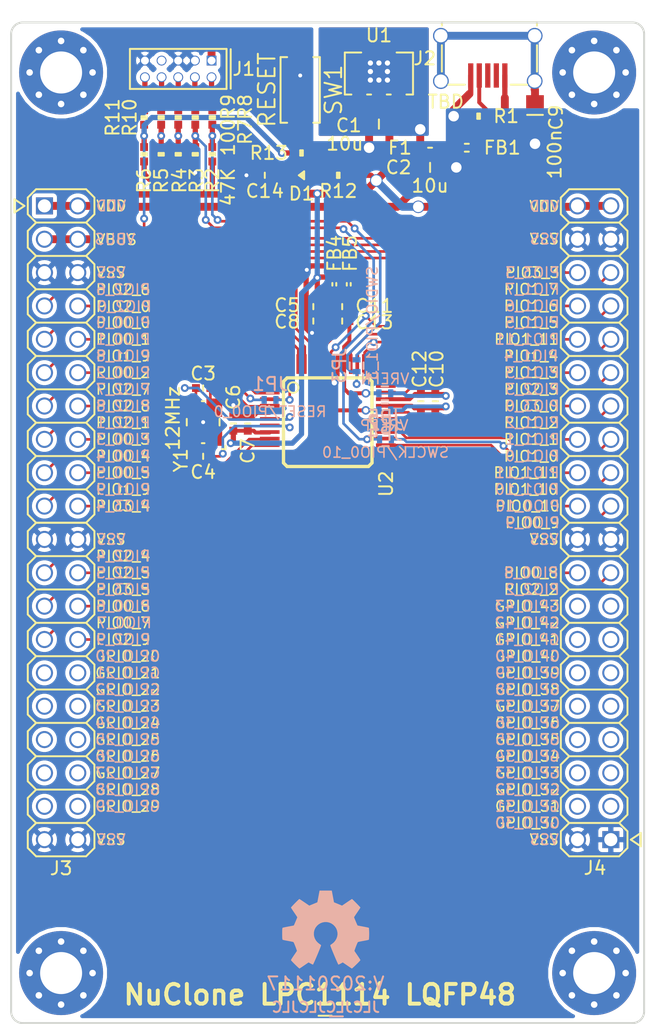
<source format=kicad_pcb>
(kicad_pcb (version 20171130) (host pcbnew 5.1.8-db9833491~88~ubuntu20.10.1)
  (layers (0 F.Cu signal) (31 B.Cu signal) (34 B.Paste user) (35 F.Paste user) (36 B.SilkS user) (37 F.SilkS user) (38 B.Mask user) (39 F.Mask user) (44 Edge.Cuts user))
  (net 0 "")
  (net 1 /VBUS)
  (net 2 "Net-(F1-Pad2)")
  (net 3 "Net-(FB1-Pad2)")
  (net 4 /VDD)
  (net 5 "Net-(J1-Pad10)")
  (net 6 "Net-(J1-Pad6)")
  (net 7 "Net-(J1-Pad4)")
  (net 8 "Net-(J1-Pad2)")
  (net 9 "Net-(C9-Pad2)")
  (net 10 "Net-(J2-Pad4)")
  (net 11 /VSS)
  (net 12 "Net-(J1-Pad8)")
  (net 13 "Net-(J1-Pad7)")
  (net 14 "Net-(J2-Pad2)")
  (net 15 "Net-(J2-Pad3)")
  (net 16 /GPIO_28)
  (net 17 /GPIO_20)
  (net 18 /GPIO_23)
  (net 19 /GPIO_27)
  (net 20 /GPIO_29)
  (net 21 /GPIO_21)
  (net 22 /GPIO_22)
  (net 23 /GPIO_24)
  (net 24 /GPIO_25)
  (net 25 /GPIO_26)
  (net 26 /GPIO_32)
  (net 27 /GPIO_31)
  (net 28 /GPIO_30)
  (net 29 /GPIO_39)
  (net 30 /GPIO_38)
  (net 31 /GPIO_37)
  (net 32 /GPIO_36)
  (net 33 /GPIO_35)
  (net 34 /GPIO_34)
  (net 35 /GPIO_33)
  (net 36 /TMS)
  (net 37 /TCK)
  (net 38 /TDO)
  (net 39 /TDI)
  (net 40 /RESET)
  (net 41 "Net-(C3-Pad1)")
  (net 42 "Net-(C4-Pad1)")
  (net 43 /PIO3_5)
  (net 44 /PIO2_9)
  (net 45 /PIO0_6)
  (net 46 /PIO0_7)
  (net 47 /PIO2_5)
  (net 48 /PIO2_4)
  (net 49 /PIO3_4)
  (net 50 /PIO1_9)
  (net 51 /PIO0_5)
  (net 52 /PIO0_4)
  (net 53 /PIO0_3)
  (net 54 /PIO2_1)
  (net 55 /PIO2_8)
  (net 56 /PIO2_7)
  (net 57 /PIO0_2)
  (net 58 /PIO1_8)
  (net 59 /PIO0_1)
  (net 60 /PIO0_0)
  (net 61 /PIO2_0)
  (net 62 /PIO2_6)
  (net 63 /PIO2_2)
  (net 64 /PIO1_10)
  (net 65 /PIO0_10)
  (net 66 /PIO0_9)
  (net 67 /PIO0_8)
  (net 68 /PIO3_3)
  (net 69 /PIO1_7)
  (net 70 /PIO1_6)
  (net 71 /PIO1_5)
  (net 72 /PIO1_11)
  (net 73 /PIO1_4)
  (net 74 /PIO1_3)
  (net 75 /PIO2_3)
  (net 76 /PIO3_0)
  (net 77 /PIO1_2)
  (net 78 /PIO1_1)
  (net 79 /PIO1_0)
  (net 80 /PIO0_11)
  (net 81 /VREFN)
  (net 82 /VREFP)
  (net 83 /VSSA)
  (net 84 /VDDA)
  (net 85 "Net-(D1-Pad2)")
  (net 86 /GPIO_41)
  (net 87 /GPIO_40)
  (net 88 /GPIO_43)
  (net 89 /GPIO_42)
  (net 90 "Net-(R13-Pad2)")
  (module SquantorSpecial:solder_jumper_2way_noconn (layer B.Cu) (at 89.5 92.7 180)
    (fp_text reference JP2 (at 0 1.2) (layer B.SilkS) (effects (justify mirror)))
    (fp_text value SWCLK/PIO0_10 (at 0 -1) (layer B.SilkS) (effects (font (size 0.8 0.8) (thickness 0.12)) (justify mirror)))
    (pad 2 smd rect (at 0.45 0 180) (size 0.4 0.6) (layers B.Cu B.Mask) (net 37 /TCK))
    (pad 1 smd rect (at -0.45 0 180) (size 0.4 0.6) (layers B.Cu B.Mask) (net 65 /PIO0_10))
  )
  (module SquantorRcl:C_0402 (layer F.Cu) (at 80.3 72.6)
    (fp_text reference C14 (at 0 1.2) (layer F.SilkS))
    (fp_text value 10n)
    (pad 2 smd rect (at 0.55 0) (size 0.6 0.6) (layers F.Cu F.Paste F.Mask) (net 40 /RESET))
    (pad 1 smd rect (at -0.55 0) (size 0.6 0.6) (layers F.Cu F.Paste F.Mask) (net 11 /VSS))
  )
  (module SquantorIC:SOT313-2-NXP (layer F.Cu) (at 85.1 91.4 270)
    (fp_text reference U2 (at 4.7 -4.45 90) (layer F.SilkS))
    (fp_text value LPC1125FBD48_303)
    (pad 48 smd rect (at -4.425 2.81 270) (size 1.5 0.4) (layers F.Cu F.Paste F.Mask) (net 68 /PIO3_3))
    (pad 47 smd rect (at -4.425 2.25 270) (size 1.5 0.28) (layers F.Cu F.Paste F.Mask) (net 69 /PIO1_7))
    (pad 46 smd rect (at -4.425 1.75 270) (size 1.5 0.28) (layers F.Cu F.Paste F.Mask) (net 70 /PIO1_6))
    (pad 45 smd rect (at -4.425 1.25 270) (size 1.5 0.28) (layers F.Cu F.Paste F.Mask) (net 71 /PIO1_5))
    (pad 44 smd rect (at -4.425 0.75 270) (size 1.5 0.28) (layers F.Cu F.Paste F.Mask) (net 4 /VDD))
    (pad 43 smd rect (at -4.425 0.25 270) (size 1.5 0.28) (layers F.Cu F.Paste F.Mask) (net 84 /VDDA))
    (pad 42 smd rect (at -4.425 -0.25 270) (size 1.5 0.28) (layers F.Cu F.Paste F.Mask) (net 72 /PIO1_11))
    (pad 41 smd rect (at -4.425 -0.75 270) (size 1.5 0.28) (layers F.Cu F.Paste F.Mask) (net 11 /VSS))
    (pad 40 smd rect (at -4.425 -1.25 270) (size 1.5 0.28) (layers F.Cu F.Paste F.Mask) (net 83 /VSSA))
    (pad 39 smd rect (at -4.425 -1.75 270) (size 1.5 0.28) (layers F.Cu F.Paste F.Mask) (net 73 /PIO1_4))
    (pad 38 smd rect (at -4.425 -2.25 270) (size 1.5 0.28) (layers F.Cu F.Paste F.Mask) (net 36 /TMS))
    (pad 37 smd rect (at -4.425 -2.81 270) (size 1.5 0.4) (layers F.Cu F.Paste F.Mask) (net 75 /PIO2_3))
    (pad 36 smd rect (at -2.81 -4.425 270) (size 0.4 1.5) (layers F.Cu F.Paste F.Mask) (net 76 /PIO3_0))
    (pad 35 smd rect (at -2.25 -4.425 270) (size 0.28 1.5) (layers F.Cu F.Paste F.Mask) (net 77 /PIO1_2))
    (pad 34 smd rect (at -1.75 -4.425 270) (size 0.28 1.5) (layers F.Cu F.Paste F.Mask) (net 81 /VREFN))
    (pad 33 smd rect (at -1.25 -4.425 270) (size 0.28 1.5) (layers F.Cu F.Paste F.Mask) (net 82 /VREFP))
    (pad 32 smd rect (at -0.75 -4.425 270) (size 0.28 1.5) (layers F.Cu F.Paste F.Mask) (net 78 /PIO1_1))
    (pad 31 smd rect (at -0.25 -4.425 270) (size 0.28 1.5) (layers F.Cu F.Paste F.Mask) (net 79 /PIO1_0))
    (pad 30 smd rect (at 0.25 -4.425 270) (size 0.28 1.5) (layers F.Cu F.Paste F.Mask) (net 80 /PIO0_11))
    (pad 29 smd rect (at 0.75 -4.425 270) (size 0.28 1.5) (layers F.Cu F.Paste F.Mask) (net 64 /PIO1_10))
    (pad 28 smd rect (at 1.25 -4.425 270) (size 0.28 1.5) (layers F.Cu F.Paste F.Mask) (net 37 /TCK))
    (pad 27 smd rect (at 1.75 -4.425 270) (size 0.28 1.5) (layers F.Cu F.Paste F.Mask) (net 66 /PIO0_9))
    (pad 26 smd rect (at 2.25 -4.425 270) (size 0.28 1.5) (layers F.Cu F.Paste F.Mask) (net 67 /PIO0_8))
    (pad 25 smd rect (at 2.81 -4.425 270) (size 0.4 1.5) (layers F.Cu F.Paste F.Mask) (net 63 /PIO2_2))
    (pad 24 smd rect (at 4.425 -2.81 270) (size 1.5 0.4) (layers F.Cu F.Paste F.Mask) (net 44 /PIO2_9))
    (pad 23 smd rect (at 4.425 -2.25 270) (size 1.5 0.28) (layers F.Cu F.Paste F.Mask) (net 46 /PIO0_7))
    (pad 22 smd rect (at 4.425 -1.75 270) (size 1.5 0.28) (layers F.Cu F.Paste F.Mask) (net 45 /PIO0_6))
    (pad 21 smd rect (at 4.425 -1.25 270) (size 1.5 0.28) (layers F.Cu F.Paste F.Mask) (net 43 /PIO3_5))
    (pad 20 smd rect (at 4.425 -0.75 270) (size 1.5 0.28) (layers F.Cu F.Paste F.Mask) (net 47 /PIO2_5))
    (pad 19 smd rect (at 4.425 -0.25 270) (size 1.5 0.28) (layers F.Cu F.Paste F.Mask) (net 48 /PIO2_4))
    (pad 18 smd rect (at 4.425 0.25 270) (size 1.5 0.28) (layers F.Cu F.Paste F.Mask) (net 49 /PIO3_4))
    (pad 17 smd rect (at 4.425 0.75 270) (size 1.5 0.28) (layers F.Cu F.Paste F.Mask) (net 50 /PIO1_9))
    (pad 16 smd rect (at 4.425 1.25 270) (size 1.5 0.28) (layers F.Cu F.Paste F.Mask) (net 51 /PIO0_5))
    (pad 15 smd rect (at 4.425 1.75 270) (size 1.5 0.28) (layers F.Cu F.Paste F.Mask) (net 52 /PIO0_4))
    (pad 14 smd rect (at 4.425 2.25 270) (size 1.5 0.28) (layers F.Cu F.Paste F.Mask) (net 53 /PIO0_3))
    (pad 13 smd rect (at 4.425 2.81 270) (size 1.5 0.4) (layers F.Cu F.Paste F.Mask) (net 54 /PIO2_1))
    (pad 12 smd rect (at 2.81 4.425 270) (size 0.4 1.5) (layers F.Cu F.Paste F.Mask) (net 55 /PIO2_8))
    (pad 11 smd rect (at 2.25 4.425 270) (size 0.28 1.5) (layers F.Cu F.Paste F.Mask) (net 56 /PIO2_7))
    (pad 10 smd rect (at 1.75 4.425 270) (size 0.28 1.5) (layers F.Cu F.Paste F.Mask) (net 57 /PIO0_2))
    (pad 9 smd rect (at 1.25 4.425 270) (size 0.28 1.5) (layers F.Cu F.Paste F.Mask) (net 58 /PIO1_8))
    (pad 8 smd rect (at 0.75 4.425 270) (size 0.28 1.5) (layers F.Cu F.Paste F.Mask) (net 4 /VDD))
    (pad 7 smd rect (at 0.25 4.425 270) (size 0.28 1.5) (layers F.Cu F.Paste F.Mask) (net 42 "Net-(C4-Pad1)"))
    (pad 6 smd rect (at -0.25 4.425 270) (size 0.28 1.5) (layers F.Cu F.Paste F.Mask) (net 41 "Net-(C3-Pad1)"))
    (pad 5 smd rect (at -0.75 4.425 270) (size 0.28 1.5) (layers F.Cu F.Paste F.Mask) (net 11 /VSS))
    (pad 4 smd rect (at -1.25 4.425 270) (size 0.28 1.5) (layers F.Cu F.Paste F.Mask) (net 59 /PIO0_1))
    (pad 3 smd rect (at -1.75 4.425 270) (size 0.28 1.5) (layers F.Cu F.Paste F.Mask) (net 40 /RESET))
    (pad 2 smd rect (at -2.25 4.425 270) (size 0.28 1.5) (layers F.Cu F.Paste F.Mask) (net 61 /PIO2_0))
    (pad 1 smd rect (at -2.81 4.425 270) (size 0.4 1.5) (layers F.Cu F.Paste F.Mask) (net 62 /PIO2_6))
  )
  (module SquantorRcl:R_0402_hand (layer F.Cu) (at 83.1 70.9)
    (fp_text reference R13 (at -2.5 0) (layer F.SilkS))
    (fp_text value 100)
    (pad 2 smd rect (at 0.55 0) (size 0.6 0.6) (layers F.Cu F.Paste F.Mask) (net 90 "Net-(R13-Pad2)"))
    (pad 1 smd rect (at -0.55 0) (size 0.6 0.6) (layers F.Cu F.Paste F.Mask) (net 40 /RESET))
  )
  (module SquantorRcl:R_0402_hand (layer F.Cu) (at 85.9 72.6)
    (fp_text reference R12 (at 0 1.2) (layer F.SilkS))
    (fp_text value 10K)
    (pad 2 smd rect (at 0.55 0) (size 0.6 0.6) (layers F.Cu F.Paste F.Mask) (net 4 /VDD))
    (pad 1 smd rect (at -0.55 0) (size 0.6 0.6) (layers F.Cu F.Paste F.Mask) (net 85 "Net-(D1-Pad2)"))
  )
  (module SquantorSpecial:solder_jumper_2way_conn (layer B.Cu) (at 89.45 89.2)
    (fp_text reference JP5 (at 0 1.8) (layer B.SilkS) (effects (justify mirror)))
    (fp_text value VREFN (at 0 -1.1) (layer B.SilkS) (effects (font (size 0.8 0.8) (thickness 0.12)) (justify mirror)))
    (fp_poly (pts (xy -0.25 0.05) (xy 0.25 0.05) (xy 0.25 -0.05) (xy -0.25 -0.05)) (layer B.Cu) (width 0.01))
    (pad 2 smd rect (at 0.45 0) (size 0.4 0.6) (layers B.Cu B.Mask) (net 81 /VREFN))
    (pad 1 smd rect (at -0.45 0) (size 0.4 0.6) (layers B.Cu B.Mask) (net 83 /VSSA))
  )
  (module SquantorSpecial:solder_jumper_2way_conn (layer B.Cu) (at 89.45 90.5)
    (fp_text reference JP4 (at 0 1.8) (layer B.SilkS) (effects (justify mirror)))
    (fp_text value VREFP (at -0.05 1.15) (layer B.SilkS) (effects (font (size 0.8 0.8) (thickness 0.12)) (justify mirror)))
    (fp_poly (pts (xy -0.25 0.05) (xy 0.25 0.05) (xy 0.25 -0.05) (xy -0.25 -0.05)) (layer B.Cu) (width 0.01))
    (pad 2 smd rect (at 0.45 0) (size 0.4 0.6) (layers B.Cu B.Mask) (net 82 /VREFP))
    (pad 1 smd rect (at -0.45 0) (size 0.4 0.6) (layers B.Cu B.Mask) (net 84 /VDDA))
  )
  (module SquantorRcl:L_0402 (layer F.Cu) (at 86.7 80.9 90)
    (fp_text reference FB5 (at 2.35 0.1 90) (layer F.SilkS))
    (fp_text value 600)
    (pad 2 smd rect (at 0.55 0 90) (size 0.6 0.6) (layers F.Cu F.Paste F.Mask) (net 11 /VSS))
    (pad 1 smd rect (at -0.55 0 90) (size 0.6 0.6) (layers F.Cu F.Paste F.Mask) (net 83 /VSSA))
  )
  (module SquantorRcl:L_0402 (layer F.Cu) (at 85.6 80.9 90)
    (fp_text reference FB4 (at 2.35 0 90) (layer F.SilkS))
    (fp_text value 600)
    (pad 2 smd rect (at 0.55 0 90) (size 0.6 0.6) (layers F.Cu F.Paste F.Mask) (net 4 /VDD))
    (pad 1 smd rect (at -0.55 0 90) (size 0.6 0.6) (layers F.Cu F.Paste F.Mask) (net 84 /VDDA))
  )
  (module SquantorDiodes:LED_0603_hand (layer F.Cu) (at 83.1 72.6)
    (fp_text reference D1 (at 0 1.4) (layer F.SilkS))
    (fp_text value RED)
    (pad 2 smd rect (at 0.85 0) (size 0.7 0.9) (layers F.Cu F.Paste F.Mask) (net 85 "Net-(D1-Pad2)"))
    (pad 1 smd rect (at -0.85 0) (size 0.7 0.9) (layers F.Cu F.Paste F.Mask) (net 40 /RESET))
  )
  (module SquantorRcl:C_0402 (layer F.Cu) (at 86.2 83.7)
    (fp_text reference C13 (at 2.45 0.1) (layer F.SilkS))
    (fp_text value 100n)
    (pad 2 smd rect (at 0.55 0) (size 0.6 0.6) (layers F.Cu F.Paste F.Mask) (net 83 /VSSA))
    (pad 1 smd rect (at -0.55 0) (size 0.6 0.6) (layers F.Cu F.Paste F.Mask) (net 84 /VDDA))
  )
  (module SquantorRcl:C_0402 (layer F.Cu) (at 92.2 89.8 90)
    (fp_text reference C12 (at 2.45 -0.1 90) (layer F.SilkS))
    (fp_text value 100n)
    (pad 2 smd rect (at 0.55 0 90) (size 0.6 0.6) (layers F.Cu F.Paste F.Mask) (net 81 /VREFN))
    (pad 1 smd rect (at -0.55 0 90) (size 0.6 0.6) (layers F.Cu F.Paste F.Mask) (net 82 /VREFP))
  )
  (module SquantorRcl:C_0402 (layer F.Cu) (at 86.2 82.6)
    (fp_text reference C11 (at 2.45 -0.05) (layer F.SilkS))
    (fp_text value 1u)
    (pad 2 smd rect (at 0.55 0) (size 0.6 0.6) (layers F.Cu F.Paste F.Mask) (net 83 /VSSA))
    (pad 1 smd rect (at -0.55 0) (size 0.6 0.6) (layers F.Cu F.Paste F.Mask) (net 84 /VDDA))
  )
  (module SquantorRcl:C_0402 (layer F.Cu) (at 93.3 89.8 90)
    (fp_text reference C10 (at 2.45 0.1 90) (layer F.SilkS))
    (fp_text value 1u)
    (pad 2 smd rect (at 0.55 0 90) (size 0.6 0.6) (layers F.Cu F.Paste F.Mask) (net 81 /VREFN))
    (pad 1 smd rect (at -0.55 0 90) (size 0.6 0.6) (layers F.Cu F.Paste F.Mask) (net 82 /VREFP))
  )
  (module SquantorLabels:Label_Generic (layer F.Cu) (at 84.9 136)
    (fp_text reference N4 hide)
    (fp_text value "NuClone LPC1114 LQFP48" (at -0.4 -1) (layer F.SilkS) (effects (font (size 1.5 1.5) (thickness 0.3))))
  )
  (module SquantorCrystal:Crystal_3225_4 (layer F.Cu) (at 75.6 91.4 90)
    (fp_text reference Y1 (at -2.9 -1.7 90) (layer F.SilkS))
    (fp_text value 12MHz (at 0.3 -2.3 90) (layer F.SilkS))
    (pad 1 smd rect (at -1.1 0.85 90) (size 1.4 1.2) (layers F.Cu F.Paste F.Mask) (net 42 "Net-(C4-Pad1)"))
    (pad 2 smd rect (at 1.1 0.85 90) (size 1.4 1.2) (layers F.Cu F.Paste F.Mask) (net 11 /VSS))
    (pad 3 smd rect (at 1.1 -0.85 90) (size 1.4 1.2) (layers F.Cu F.Paste F.Mask) (net 41 "Net-(C3-Pad1)"))
    (pad 4 smd rect (at -1.1 -0.85 90) (size 1.4 1.2) (layers F.Cu F.Paste F.Mask) (net 11 /VSS))
  )
  (module SquantorSpecial:solder_jumper_2way_noconn (layer B.Cu) (at 87.3 87.1 270)
    (fp_text reference JP3 (at 0 1.3 90) (layer B.SilkS) (effects (justify mirror)))
    (fp_text value SWDIO/PIO1_3 (at -3.25 -1.2 90) (layer B.SilkS) (effects (font (size 0.8 0.8) (thickness 0.12)) (justify mirror)))
    (pad 2 smd rect (at 0.45 0 270) (size 0.4 0.6) (layers B.Cu B.Mask) (net 36 /TMS))
    (pad 1 smd rect (at -0.45 0 270) (size 0.4 0.6) (layers B.Cu B.Mask) (net 74 /PIO1_3))
  )
  (module SquantorSpecial:solder_jumper_2way_noconn (layer B.Cu) (at 80.7 89.7)
    (fp_text reference JP1 (at 0 -1.2) (layer B.SilkS) (effects (justify mirror)))
    (fp_text value RESET/PIO0_0 (at 0 0.9) (layer B.SilkS) (effects (font (size 0.8 0.8) (thickness 0.12)) (justify mirror)))
    (pad 2 smd rect (at 0.45 0) (size 0.4 0.6) (layers B.Cu B.Mask) (net 40 /RESET))
    (pad 1 smd rect (at -0.45 0) (size 0.4 0.6) (layers B.Cu B.Mask) (net 60 /PIO0_0))
  )
  (module SquantorRcl:C_0402 (layer F.Cu) (at 84 83.7 180)
    (fp_text reference C8 (at 2 -0.05) (layer F.SilkS))
    (fp_text value 100n)
    (pad 2 smd rect (at 0.55 0 180) (size 0.6 0.6) (layers F.Cu F.Paste F.Mask) (net 11 /VSS))
    (pad 1 smd rect (at -0.55 0 180) (size 0.6 0.6) (layers F.Cu F.Paste F.Mask) (net 4 /VDD))
  )
  (module SquantorRcl:C_0402 (layer F.Cu) (at 79 91.5 90)
    (fp_text reference C7 (at -2.1 0 90) (layer F.SilkS))
    (fp_text value 100n)
    (pad 2 smd rect (at 0.55 0 90) (size 0.6 0.6) (layers F.Cu F.Paste F.Mask) (net 11 /VSS))
    (pad 1 smd rect (at -0.55 0 90) (size 0.6 0.6) (layers F.Cu F.Paste F.Mask) (net 4 /VDD))
  )
  (module SquantorRcl:C_0402 (layer F.Cu) (at 77.9 91.5 90)
    (fp_text reference C6 (at 2 0 90) (layer F.SilkS))
    (fp_text value 1u)
    (pad 2 smd rect (at 0.55 0 90) (size 0.6 0.6) (layers F.Cu F.Paste F.Mask) (net 11 /VSS))
    (pad 1 smd rect (at -0.55 0 90) (size 0.6 0.6) (layers F.Cu F.Paste F.Mask) (net 4 /VDD))
  )
  (module SquantorRcl:C_0402 (layer F.Cu) (at 84 82.6 180)
    (fp_text reference C5 (at 2 0.1) (layer F.SilkS))
    (fp_text value 1u)
    (pad 2 smd rect (at 0.55 0 180) (size 0.6 0.6) (layers F.Cu F.Paste F.Mask) (net 11 /VSS))
    (pad 1 smd rect (at -0.55 0 180) (size 0.6 0.6) (layers F.Cu F.Paste F.Mask) (net 4 /VDD))
  )
  (module SquantorRcl:C_0402 (layer F.Cu) (at 75.6 94 180)
    (fp_text reference C4 (at 0 -1.2) (layer F.SilkS))
    (fp_text value 12p)
    (pad 2 smd rect (at 0.55 0 180) (size 0.6 0.6) (layers F.Cu F.Paste F.Mask) (net 11 /VSS))
    (pad 1 smd rect (at -0.55 0 180) (size 0.6 0.6) (layers F.Cu F.Paste F.Mask) (net 42 "Net-(C4-Pad1)"))
  )
  (module SquantorRcl:C_0402 (layer F.Cu) (at 75.6 88.8)
    (fp_text reference C3 (at 0 -1.1) (layer F.SilkS))
    (fp_text value 12p)
    (pad 2 smd rect (at 0.55 0) (size 0.6 0.6) (layers F.Cu F.Paste F.Mask) (net 11 /VSS))
    (pad 1 smd rect (at -0.55 0) (size 0.6 0.6) (layers F.Cu F.Paste F.Mask) (net 41 "Net-(C3-Pad1)"))
  )
  (module SquantorConnectorsNamed:nuclone_medium_left (layer F.Cu) (at 64.77 99.06 270)
    (fp_text reference J3 (at 26.315 -0.005 180) (layer F.SilkS))
    (fp_text value nuclone_small_left)
    (fp_text user VSS (at 24.13 -3.81) (layer F.SilkS) (effects (font (size 0.8 0.8) (thickness 0.12))))
    (fp_text user GPIO_29 (at 21.59 -5.08) (layer F.SilkS) (effects (font (size 0.8 0.8) (thickness 0.12))))
    (fp_text user GPIO_28 (at 20.32 -5.08) (layer F.SilkS) (effects (font (size 0.8 0.8) (thickness 0.12))))
    (fp_text user GPIO_27 (at 19.05 -5.08) (layer F.SilkS) (effects (font (size 0.8 0.8) (thickness 0.12))))
    (fp_text user GPIO_26 (at 17.78 -5.08) (layer F.SilkS) (effects (font (size 0.8 0.8) (thickness 0.12))))
    (fp_text user GPIO_25 (at 16.51 -5.08) (layer F.SilkS) (effects (font (size 0.8 0.8) (thickness 0.12))))
    (fp_text user GPIO_24 (at 15.24 -5.08) (layer F.SilkS) (effects (font (size 0.8 0.8) (thickness 0.12))))
    (fp_text user GPIO_23 (at 13.97 -5.08) (layer F.SilkS) (effects (font (size 0.8 0.8) (thickness 0.12))))
    (fp_text user GPIO_22 (at 12.7 -5.08) (layer F.SilkS) (effects (font (size 0.8 0.8) (thickness 0.12))))
    (fp_text user GPIO_21 (at 11.43 -5.08) (layer F.SilkS) (effects (font (size 0.8 0.8) (thickness 0.12))))
    (fp_text user GPIO_20 (at 10.16 -5.08) (layer F.SilkS) (effects (font (size 0.8 0.8) (thickness 0.12))))
    (fp_text user PIO2_9 (at 8.89 -4.73) (layer F.SilkS) (effects (font (size 0.8 0.8) (thickness 0.12))))
    (fp_text user PIO0_7 (at 7.62 -4.73) (layer F.SilkS) (effects (font (size 0.8 0.8) (thickness 0.12))))
    (fp_text user PIO0_6 (at 6.35 -4.73) (layer F.SilkS) (effects (font (size 0.8 0.8) (thickness 0.12))))
    (fp_text user PIO3_5 (at 5.08 -4.73) (layer F.SilkS) (effects (font (size 0.8 0.8) (thickness 0.12))))
    (fp_text user PIO2_5 (at 3.81 -4.73) (layer F.SilkS) (effects (font (size 0.8 0.8) (thickness 0.12))))
    (fp_text user PIO2_4 (at 2.54 -4.73) (layer F.SilkS) (effects (font (size 0.8 0.8) (thickness 0.12))))
    (fp_text user VSS (at 1.27 -3.81 180) (layer F.SilkS) (effects (font (size 0.8 0.8) (thickness 0.12))))
    (fp_text user PIO3_4 (at -1.27 -4.73) (layer F.SilkS) (effects (font (size 0.8 0.8) (thickness 0.12))))
    (fp_text user PIO1_9 (at -2.54 -4.73) (layer F.SilkS) (effects (font (size 0.8 0.8) (thickness 0.12))))
    (fp_text user PIO0_5 (at -3.81 -4.73) (layer F.SilkS) (effects (font (size 0.8 0.8) (thickness 0.12))))
    (fp_text user PIO0_4 (at -5.08 -4.73) (layer F.SilkS) (effects (font (size 0.8 0.8) (thickness 0.12))))
    (fp_text user PIO0_3 (at -6.36 -4.73) (layer F.SilkS) (effects (font (size 0.8 0.8) (thickness 0.12))))
    (fp_text user PIO2_1 (at -7.62 -4.73) (layer F.SilkS) (effects (font (size 0.8 0.8) (thickness 0.12))))
    (fp_text user PIO2_8 (at -8.89 -4.73) (layer F.SilkS) (effects (font (size 0.8 0.8) (thickness 0.12))))
    (fp_text user PIO2_7 (at -10.16 -4.73) (layer F.SilkS) (effects (font (size 0.8 0.8) (thickness 0.12))))
    (fp_text user PIO0_2 (at -11.43 -4.73) (layer F.SilkS) (effects (font (size 0.8 0.8) (thickness 0.12))))
    (fp_text user PIO1_9 (at -12.7 -4.73) (layer F.SilkS) (effects (font (size 0.8 0.8) (thickness 0.12))))
    (fp_text user PIO0_1 (at -13.97 -4.73) (layer F.SilkS) (effects (font (size 0.8 0.8) (thickness 0.12))))
    (fp_text user PIO0_0 (at -15.24 -4.73) (layer F.SilkS) (effects (font (size 0.8 0.8) (thickness 0.12))))
    (fp_text user PIO2_0 (at -16.46 -4.73) (layer F.SilkS) (effects (font (size 0.8 0.8) (thickness 0.12))))
    (fp_text user PIO2_6 (at -17.76 -4.73) (layer F.SilkS) (effects (font (size 0.8 0.8) (thickness 0.12))))
    (fp_text user VSS (at -19.05 -3.8) (layer F.SilkS) (effects (font (size 0.8 0.8) (thickness 0.12))))
    (fp_text user VBUS (at -21.56 -4.23 180) (layer F.SilkS) (effects (font (size 0.8 0.8) (thickness 0.12))))
    (fp_text user VDD (at -24.13 -3.83 180) (layer F.SilkS) (effects (font (size 0.8 0.8) (thickness 0.12))))
    (fp_text user VSS (at 24.13 -3.81) (layer B.SilkS) (effects (font (size 0.8 0.8) (thickness 0.12)) (justify mirror)))
    (fp_text user GPIO_28 (at 20.32 -5.08) (layer B.SilkS) (effects (font (size 0.8 0.8) (thickness 0.12)) (justify mirror)))
    (fp_text user GPIO_29 (at 21.59 -5.08) (layer B.SilkS) (effects (font (size 0.8 0.8) (thickness 0.12)) (justify mirror)))
    (fp_text user VSS (at 1.27 -3.81) (layer B.SilkS) (effects (font (size 0.8 0.8) (thickness 0.12)) (justify mirror)))
    (fp_text user PIO2_5 (at 3.82 -4.73) (layer B.SilkS) (effects (font (size 0.8 0.8) (thickness 0.12)) (justify mirror)))
    (fp_text user GPIO_26 (at 17.78 -5.08) (layer B.SilkS) (effects (font (size 0.8 0.8) (thickness 0.12)) (justify mirror)))
    (fp_text user GPIO_24 (at 15.24 -5.08) (layer B.SilkS) (effects (font (size 0.8 0.8) (thickness 0.12)) (justify mirror)))
    (fp_text user GPIO_22 (at 12.7 -5.08) (layer B.SilkS) (effects (font (size 0.8 0.8) (thickness 0.12)) (justify mirror)))
    (fp_text user GPIO_20 (at 10.16 -5.08) (layer B.SilkS) (effects (font (size 0.8 0.8) (thickness 0.12)) (justify mirror)))
    (fp_text user PIO0_7 (at 7.62 -4.83) (layer B.SilkS) (effects (font (size 0.8 0.8) (thickness 0.12)) (justify mirror)))
    (fp_text user GPIO_27 (at 19.05 -5.08) (layer B.SilkS) (effects (font (size 0.8 0.8) (thickness 0.12)) (justify mirror)))
    (fp_text user GPIO_25 (at 16.51 -5.08) (layer B.SilkS) (effects (font (size 0.8 0.8) (thickness 0.12)) (justify mirror)))
    (fp_text user GPIO_23 (at 13.97 -5.08) (layer B.SilkS) (effects (font (size 0.8 0.8) (thickness 0.12)) (justify mirror)))
    (fp_text user GPIO_21 (at 11.43 -5.08) (layer B.SilkS) (effects (font (size 0.8 0.8) (thickness 0.12)) (justify mirror)))
    (fp_text user PIO2_9 (at 8.89 -4.73) (layer B.SilkS) (effects (font (size 0.8 0.8) (thickness 0.12)) (justify mirror)))
    (fp_text user PIO3_5 (at 5.08 -4.73) (layer B.SilkS) (effects (font (size 0.8 0.8) (thickness 0.12)) (justify mirror)))
    (fp_text user PIO0_6 (at 6.35 -4.73) (layer B.SilkS) (effects (font (size 0.8 0.8) (thickness 0.12)) (justify mirror)))
    (fp_text user PIO2_4 (at 2.54 -4.73) (layer B.SilkS) (effects (font (size 0.8 0.8) (thickness 0.12)) (justify mirror)))
    (fp_text user VBUS (at -21.59 -4.1) (layer B.SilkS) (effects (font (size 0.8 0.8) (thickness 0.12)) (justify mirror)))
    (fp_text user VDD (at -24.13 -3.81) (layer B.SilkS) (effects (font (size 0.8 0.8) (thickness 0.12)) (justify mirror)))
    (fp_text user PIO1_9 (at -2.54 -4.73) (layer B.SilkS) (effects (font (size 0.8 0.8) (thickness 0.12)) (justify mirror)))
    (fp_text user PIO0_4 (at -5.08 -4.73) (layer B.SilkS) (effects (font (size 0.8 0.8) (thickness 0.12)) (justify mirror)))
    (fp_text user PIO2_1 (at -7.62 -4.73) (layer B.SilkS) (effects (font (size 0.8 0.8) (thickness 0.12)) (justify mirror)))
    (fp_text user PIO2_7 (at -10.16 -4.73) (layer B.SilkS) (effects (font (size 0.8 0.8) (thickness 0.12)) (justify mirror)))
    (fp_text user PIO1_8 (at -12.7 -4.73) (layer B.SilkS) (effects (font (size 0.8 0.8) (thickness 0.12)) (justify mirror)))
    (fp_text user PIO3_4 (at -1.27 -4.73) (layer B.SilkS) (effects (font (size 0.8 0.8) (thickness 0.12)) (justify mirror)))
    (fp_text user PIO0_5 (at -3.81 -4.73) (layer B.SilkS) (effects (font (size 0.8 0.8) (thickness 0.12)) (justify mirror)))
    (fp_text user PIO0_3 (at -6.35 -4.73) (layer B.SilkS) (effects (font (size 0.8 0.8) (thickness 0.12)) (justify mirror)))
    (fp_text user PIO2_8 (at -8.89 -4.73) (layer B.SilkS) (effects (font (size 0.8 0.8) (thickness 0.12)) (justify mirror)))
    (fp_text user PIO0_2 (at -11.43 -4.73) (layer B.SilkS) (effects (font (size 0.8 0.8) (thickness 0.12)) (justify mirror)))
    (fp_text user PIO0_1 (at -13.97 -4.73) (layer B.SilkS) (effects (font (size 0.8 0.8) (thickness 0.12)) (justify mirror)))
    (fp_text user PIO0_0 (at -15.24 -4.73) (layer B.SilkS) (effects (font (size 0.8 0.8) (thickness 0.12)) (justify mirror)))
    (fp_text user PIO2_0 (at -16.46 -4.83) (layer B.SilkS) (effects (font (size 0.8 0.8) (thickness 0.12)) (justify mirror)))
    (fp_text user PIO2_6 (at -17.76 -4.73) (layer B.SilkS) (effects (font (size 0.8 0.8) (thickness 0.12)) (justify mirror)))
    (fp_text user VSS (at -19.05 -3.81) (layer B.SilkS) (effects (font (size 0.8 0.8) (thickness 0.12)) (justify mirror)))
    (pad 37 thru_hole circle (at 21.59 1.27 270) (size 1.3 1.3) (drill 1) (layers *.Cu *.Mask) (net 16 /GPIO_28))
    (pad 29 thru_hole circle (at 11.43 1.27 270) (size 1.3 1.3) (drill 1) (layers *.Cu *.Mask) (net 17 /GPIO_20))
    (pad 32 thru_hole circle (at 13.97 -1.27 270) (size 1.3 1.3) (drill 1) (layers *.Cu *.Mask) (net 18 /GPIO_23))
    (pad 40 thru_hole circle (at 24.13 -1.27 270) (size 1.3 1.3) (drill 1) (layers *.Cu *.Mask) (net 11 /VSS))
    (pad 36 thru_hole circle (at 19.05 -1.27 270) (size 1.3 1.3) (drill 1) (layers *.Cu *.Mask) (net 19 /GPIO_27))
    (pad 38 thru_hole circle (at 21.59 -1.27 270) (size 1.3 1.3) (drill 1) (layers *.Cu *.Mask) (net 20 /GPIO_29))
    (pad 25 thru_hole circle (at 6.35 1.27 270) (size 1.3 1.3) (drill 1) (layers *.Cu *.Mask) (net 43 /PIO3_5))
    (pad 30 thru_hole circle (at 11.43 -1.27 270) (size 1.3 1.3) (drill 1) (layers *.Cu *.Mask) (net 21 /GPIO_21))
    (pad 28 thru_hole circle (at 8.89 -1.27 270) (size 1.3 1.3) (drill 1) (layers *.Cu *.Mask) (net 44 /PIO2_9))
    (pad 26 thru_hole circle (at 6.35 -1.27 270) (size 1.3 1.3) (drill 1) (layers *.Cu *.Mask) (net 45 /PIO0_6))
    (pad 27 thru_hole circle (at 8.89 1.27 270) (size 1.3 1.3) (drill 1) (layers *.Cu *.Mask) (net 46 /PIO0_7))
    (pad 24 thru_hole circle (at 3.81 -1.27 270) (size 1.3 1.3) (drill 1) (layers *.Cu *.Mask) (net 47 /PIO2_5))
    (pad 39 thru_hole circle (at 24.13 1.27 270) (size 1.3 1.3) (drill 1) (layers *.Cu *.Mask) (net 11 /VSS))
    (pad 21 thru_hole circle (at 1.27 1.27 270) (size 1.3 1.3) (drill 1) (layers *.Cu *.Mask) (net 11 /VSS))
    (pad 23 thru_hole circle (at 3.81 1.27 270) (size 1.3 1.3) (drill 1) (layers *.Cu *.Mask) (net 48 /PIO2_4))
    (pad 31 thru_hole circle (at 13.97 1.27 270) (size 1.3 1.3) (drill 1) (layers *.Cu *.Mask) (net 22 /GPIO_22))
    (pad 33 thru_hole circle (at 16.51 1.27 270) (size 1.3 1.3) (drill 1) (layers *.Cu *.Mask) (net 23 /GPIO_24))
    (pad 34 thru_hole circle (at 16.51 -1.27 270) (size 1.3 1.3) (drill 1) (layers *.Cu *.Mask) (net 24 /GPIO_25))
    (pad 35 thru_hole circle (at 19.05 1.27 270) (size 1.3 1.3) (drill 1) (layers *.Cu *.Mask) (net 25 /GPIO_26))
    (pad 22 thru_hole circle (at 1.27 -1.27 270) (size 1.3 1.3) (drill 1) (layers *.Cu *.Mask) (net 11 /VSS))
    (pad 20 thru_hole circle (at -1.27 -1.27 270) (size 1.3 1.3) (drill 1) (layers *.Cu *.Mask) (net 49 /PIO3_4))
    (pad 19 thru_hole circle (at -1.27 1.27 270) (size 1.3 1.3) (drill 1) (layers *.Cu *.Mask) (net 50 /PIO1_9))
    (pad 18 thru_hole circle (at -3.81 -1.27 270) (size 1.3 1.3) (drill 1) (layers *.Cu *.Mask) (net 51 /PIO0_5))
    (pad 17 thru_hole circle (at -3.81 1.27 270) (size 1.3 1.3) (drill 1) (layers *.Cu *.Mask) (net 52 /PIO0_4))
    (pad 16 thru_hole circle (at -6.35 -1.27 270) (size 1.3 1.3) (drill 1) (layers *.Cu *.Mask) (net 53 /PIO0_3))
    (pad 15 thru_hole circle (at -6.35 1.27 270) (size 1.3 1.3) (drill 1) (layers *.Cu *.Mask) (net 54 /PIO2_1))
    (pad 14 thru_hole circle (at -8.89 -1.27 270) (size 1.3 1.3) (drill 1) (layers *.Cu *.Mask) (net 55 /PIO2_8))
    (pad 13 thru_hole circle (at -8.89 1.27 270) (size 1.3 1.3) (drill 1) (layers *.Cu *.Mask) (net 56 /PIO2_7))
    (pad 12 thru_hole circle (at -11.43 -1.27 270) (size 1.3 1.3) (drill 1) (layers *.Cu *.Mask) (net 57 /PIO0_2))
    (pad 11 thru_hole circle (at -11.43 1.27 270) (size 1.3 1.3) (drill 1) (layers *.Cu *.Mask) (net 58 /PIO1_8))
    (pad 10 thru_hole circle (at -13.97 -1.27 270) (size 1.3 1.3) (drill 1) (layers *.Cu *.Mask) (net 59 /PIO0_1))
    (pad 9 thru_hole circle (at -13.97 1.27 270) (size 1.3 1.3) (drill 1) (layers *.Cu *.Mask) (net 60 /PIO0_0))
    (pad 8 thru_hole circle (at -16.51 -1.27 270) (size 1.3 1.3) (drill 1) (layers *.Cu *.Mask) (net 61 /PIO2_0))
    (pad 7 thru_hole circle (at -16.51 1.27 270) (size 1.3 1.3) (drill 1) (layers *.Cu *.Mask) (net 62 /PIO2_6))
    (pad 6 thru_hole circle (at -19.05 -1.27 270) (size 1.3 1.3) (drill 1) (layers *.Cu *.Mask) (net 11 /VSS))
    (pad 5 thru_hole circle (at -19.05 1.27 270) (size 1.3 1.3) (drill 1) (layers *.Cu *.Mask) (net 11 /VSS))
    (pad 4 thru_hole circle (at -21.59 -1.27 270) (size 1.3 1.3) (drill 1) (layers *.Cu *.Mask) (net 1 /VBUS))
    (pad 3 thru_hole circle (at -21.59 1.27 270) (size 1.3 1.3) (drill 1) (layers *.Cu *.Mask) (net 1 /VBUS))
    (pad 2 thru_hole circle (at -24.13 -1.27 270) (size 1.3 1.3) (drill 1) (layers *.Cu *.Mask) (net 4 /VDD))
    (pad 1 thru_hole rect (at -24.13 1.27 270) (size 1.3 1.3) (drill 1) (layers *.Cu *.Mask) (net 4 /VDD))
  )
  (module SquantorConnectorsNamed:nuclone_medium_right (layer F.Cu) (at 105.41 99.06 90)
    (fp_text reference J4 (at -26.29 0.065 180) (layer F.SilkS))
    (fp_text value nuclone_small_right)
    (fp_text user VDD (at 24.1 -3.8) (layer F.SilkS) (effects (font (size 0.8 0.8) (thickness 0.12))))
    (fp_text user VSS (at 21.6 -3.8) (layer F.SilkS) (effects (font (size 0.8 0.8) (thickness 0.12))))
    (fp_text user VSS (at -1.27 -3.81 180) (layer F.SilkS) (effects (font (size 0.8 0.8) (thickness 0.12))))
    (fp_text user PIO1_5 (at 15.24 -4.81 180) (layer F.SilkS) (effects (font (size 0.8 0.8) (thickness 0.12))))
    (fp_text user PIO1_3 (at 11.43 -4.81 180) (layer F.SilkS) (effects (font (size 0.8 0.8) (thickness 0.12))))
    (fp_text user PIO1_0 (at 5.06 -4.81 180) (layer F.SilkS) (effects (font (size 0.8 0.8) (thickness 0.12))))
    (fp_text user PIO1_11 (at 13.97 -5.16 180) (layer F.SilkS) (effects (font (size 0.8 0.8) (thickness 0.12))))
    (fp_text user PIO0_9 (at 0 -4.71 180) (layer F.SilkS) (effects (font (size 0.8 0.8) (thickness 0.12))))
    (fp_text user PIO1_7 (at 17.78 -4.81 180) (layer F.SilkS) (effects (font (size 0.8 0.8) (thickness 0.12))))
    (fp_text user PIO1_10 (at 2.54 -5.21 180) (layer F.SilkS) (effects (font (size 0.8 0.8) (thickness 0.12))))
    (fp_text user PIO3_0 (at 8.89 -4.81 180) (layer F.SilkS) (effects (font (size 0.8 0.8) (thickness 0.12))))
    (fp_text user PIO1_1 (at 6.35 -4.81 180) (layer F.SilkS) (effects (font (size 0.8 0.8) (thickness 0.12))))
    (fp_text user PIO2_3 (at 10.16 -4.81 180) (layer F.SilkS) (effects (font (size 0.8 0.8) (thickness 0.12))))
    (fp_text user PIO1_4 (at 12.7 -4.81 180) (layer F.SilkS) (effects (font (size 0.8 0.8) (thickness 0.12))))
    (fp_text user PIO1_11 (at 3.81 -5.21 180) (layer F.SilkS) (effects (font (size 0.8 0.8) (thickness 0.12))))
    (fp_text user PIO0_10 (at 1.27 -5.08 180) (layer F.SilkS) (effects (font (size 0.8 0.8) (thickness 0.12))))
    (fp_text user PIO1_2 (at 7.62 -4.81 180) (layer F.SilkS) (effects (font (size 0.8 0.8) (thickness 0.12))))
    (fp_text user PIO3_3 (at 19.05 -4.71 180) (layer F.SilkS) (effects (font (size 0.8 0.8) (thickness 0.12))))
    (fp_text user PIO1_6 (at 16.51 -4.81 180) (layer F.SilkS) (effects (font (size 0.8 0.8) (thickness 0.12))))
    (fp_text user PIO0_8 (at -3.81 -4.81 180) (layer F.SilkS) (effects (font (size 0.8 0.8) (thickness 0.12))))
    (fp_text user PIO2_2 (at -5.08 -4.81 180) (layer F.SilkS) (effects (font (size 0.8 0.8) (thickness 0.12))))
    (fp_text user GPIO_43 (at -6.35 -5.11 180) (layer F.SilkS) (effects (font (size 0.8 0.8) (thickness 0.12))))
    (fp_text user GPIO_42 (at -7.62 -5.11 180) (layer F.SilkS) (effects (font (size 0.8 0.8) (thickness 0.12))))
    (fp_text user GPIO_41 (at -8.89 -5.11 180) (layer F.SilkS) (effects (font (size 0.8 0.8) (thickness 0.12))))
    (fp_text user GPIO_40 (at -10.16 -5.08 180) (layer F.SilkS) (effects (font (size 0.8 0.8) (thickness 0.12))))
    (fp_text user GPIO_39 (at -11.43 -5.08 180) (layer F.SilkS) (effects (font (size 0.8 0.8) (thickness 0.12))))
    (fp_text user GPIO_38 (at -12.7 -5.08 180) (layer F.SilkS) (effects (font (size 0.8 0.8) (thickness 0.12))))
    (fp_text user GPIO_37 (at -13.97 -5.08 180) (layer F.SilkS) (effects (font (size 0.8 0.8) (thickness 0.12))))
    (fp_text user GPIO_36 (at -15.24 -5.08 180) (layer F.SilkS) (effects (font (size 0.8 0.8) (thickness 0.12))))
    (fp_text user GPIO_35 (at -16.51 -5.08 180) (layer F.SilkS) (effects (font (size 0.8 0.8) (thickness 0.12))))
    (fp_text user GPIO_34 (at -17.78 -5.08 180) (layer F.SilkS) (effects (font (size 0.8 0.8) (thickness 0.12))))
    (fp_text user GPIO_33 (at -19.05 -5.08 180) (layer F.SilkS) (effects (font (size 0.8 0.8) (thickness 0.12))))
    (fp_text user GPIO_32 (at -20.32 -5.08 180) (layer F.SilkS) (effects (font (size 0.8 0.8) (thickness 0.12))))
    (fp_text user GPIO_31 (at -21.59 -5.08 180) (layer F.SilkS) (effects (font (size 0.8 0.8) (thickness 0.12))))
    (fp_text user GPIO_30 (at -22.86 -5.08 180) (layer F.SilkS) (effects (font (size 0.8 0.8) (thickness 0.12))))
    (fp_text user VSS (at -24.13 -3.81 180) (layer F.SilkS) (effects (font (size 0.8 0.8) (thickness 0.12))))
    (fp_text user PIO0_8 (at -3.81 -4.81 180) (layer B.SilkS) (effects (font (size 0.8 0.8) (thickness 0.12)) (justify mirror)))
    (fp_text user PIO2_2 (at -5.08 -4.71 180) (layer B.SilkS) (effects (font (size 0.8 0.8) (thickness 0.12)) (justify mirror)))
    (fp_text user VSS (at -24.13 -3.8 180) (layer B.SilkS) (effects (font (size 0.8 0.8) (thickness 0.12)) (justify mirror)))
    (fp_text user GPIO_38 (at -12.7 -5.08 180) (layer B.SilkS) (effects (font (size 0.8 0.8) (thickness 0.12)) (justify mirror)))
    (fp_text user GPIO_36 (at -15.24 -5.08 180) (layer B.SilkS) (effects (font (size 0.8 0.8) (thickness 0.12)) (justify mirror)))
    (fp_text user GPIO_34 (at -17.78 -5.08 180) (layer B.SilkS) (effects (font (size 0.8 0.8) (thickness 0.12)) (justify mirror)))
    (fp_text user GPIO_42 (at -7.62 -5.11 180) (layer B.SilkS) (effects (font (size 0.8 0.8) (thickness 0.12)) (justify mirror)))
    (fp_text user GPIO_40 (at -10.16 -5.08 180) (layer B.SilkS) (effects (font (size 0.8 0.8) (thickness 0.12)) (justify mirror)))
    (fp_text user GPIO_32 (at -20.32 -5.08 180) (layer B.SilkS) (effects (font (size 0.8 0.8) (thickness 0.12)) (justify mirror)))
    (fp_text user GPIO_30 (at -22.86 -5.08 180) (layer B.SilkS) (effects (font (size 0.8 0.8) (thickness 0.12)) (justify mirror)))
    (fp_text user GPIO_43 (at -6.35 -5.11 180) (layer B.SilkS) (effects (font (size 0.8 0.8) (thickness 0.12)) (justify mirror)))
    (fp_text user GPIO_41 (at -8.9 -5.11 180) (layer B.SilkS) (effects (font (size 0.8 0.8) (thickness 0.12)) (justify mirror)))
    (fp_text user GPIO_39 (at -11.43 -5.08 180) (layer B.SilkS) (effects (font (size 0.8 0.8) (thickness 0.12)) (justify mirror)))
    (fp_text user GPIO_37 (at -13.97 -5.08 180) (layer B.SilkS) (effects (font (size 0.8 0.8) (thickness 0.12)) (justify mirror)))
    (fp_text user GPIO_35 (at -16.51 -5.08 180) (layer B.SilkS) (effects (font (size 0.8 0.8) (thickness 0.12)) (justify mirror)))
    (fp_text user GPIO_33 (at -19.05 -5.08 180) (layer B.SilkS) (effects (font (size 0.8 0.8) (thickness 0.12)) (justify mirror)))
    (fp_text user GPIO_31 (at -21.6 -5.08 180) (layer B.SilkS) (effects (font (size 0.8 0.8) (thickness 0.12)) (justify mirror)))
    (fp_text user VSS (at -1.27 -3.81 180) (layer B.SilkS) (effects (font (size 0.8 0.8) (thickness 0.12)) (justify mirror)))
    (fp_text user PIO1_4 (at 12.7 -4.81 180) (layer B.SilkS) (effects (font (size 0.8 0.8) (thickness 0.12)) (justify mirror)))
    (fp_text user PIO2_3 (at 10.16 -4.71 180) (layer B.SilkS) (effects (font (size 0.8 0.8) (thickness 0.12)) (justify mirror)))
    (fp_text user PIO1_2 (at 7.62 -4.71 180) (layer B.SilkS) (effects (font (size 0.8 0.8) (thickness 0.12)) (justify mirror)))
    (fp_text user PIO1_7 (at 17.78 -4.71 180) (layer B.SilkS) (effects (font (size 0.8 0.8) (thickness 0.12)) (justify mirror)))
    (fp_text user PIO1_5 (at 15.24 -4.71 180) (layer B.SilkS) (effects (font (size 0.8 0.8) (thickness 0.12)) (justify mirror)))
    (fp_text user PIO1_0 (at 5.08 -4.71 180) (layer B.SilkS) (effects (font (size 0.8 0.8) (thickness 0.12)) (justify mirror)))
    (fp_text user PIO1_10 (at 2.54 -5.11 180) (layer B.SilkS) (effects (font (size 0.8 0.8) (thickness 0.12)) (justify mirror)))
    (fp_text user PIO0_9 (at 0 -4.71 180) (layer B.SilkS) (effects (font (size 0.8 0.8) (thickness 0.12)) (justify mirror)))
    (fp_text user VDD (at 24.1 -3.8 180) (layer B.SilkS) (effects (font (size 0.8 0.8) (thickness 0.12)) (justify mirror)))
    (fp_text user PIO3_3 (at 19.05 -4.71 180) (layer B.SilkS) (effects (font (size 0.8 0.8) (thickness 0.12)) (justify mirror)))
    (fp_text user PIO1_6 (at 16.51 -4.71 180) (layer B.SilkS) (effects (font (size 0.8 0.8) (thickness 0.12)) (justify mirror)))
    (fp_text user PIO1_11 (at 13.97 -5.11 180) (layer B.SilkS) (effects (font (size 0.8 0.8) (thickness 0.12)) (justify mirror)))
    (fp_text user PIO1_3 (at 11.43 -4.71 180) (layer B.SilkS) (effects (font (size 0.8 0.8) (thickness 0.12)) (justify mirror)))
    (fp_text user PIO3_0 (at 8.89 -4.71 180) (layer B.SilkS) (effects (font (size 0.8 0.8) (thickness 0.12)) (justify mirror)))
    (fp_text user PIO1_1 (at 6.35 -4.71 180) (layer B.SilkS) (effects (font (size 0.8 0.8) (thickness 0.12)) (justify mirror)))
    (fp_text user PIO1_11 (at 3.81 -5.11 180) (layer B.SilkS) (effects (font (size 0.8 0.8) (thickness 0.12)) (justify mirror)))
    (fp_text user PIO0_10 (at 1.27 -5.08 180) (layer B.SilkS) (effects (font (size 0.8 0.8) (thickness 0.12)) (justify mirror)))
    (fp_text user VSS (at 21.6 -3.8 180) (layer B.SilkS) (effects (font (size 0.8 0.8) (thickness 0.12)) (justify mirror)))
    (pad 5 thru_hole circle (at -19.05 1.27 90) (size 1.3 1.3) (drill 1) (layers *.Cu *.Mask) (net 26 /GPIO_32))
    (pad 4 thru_hole circle (at -21.59 -1.27 90) (size 1.3 1.3) (drill 1) (layers *.Cu *.Mask) (net 27 /GPIO_31))
    (pad 3 thru_hole circle (at -21.59 1.27 90) (size 1.3 1.3) (drill 1) (layers *.Cu *.Mask) (net 28 /GPIO_30))
    (pad 2 thru_hole circle (at -24.13 -1.27 90) (size 1.3 1.3) (drill 1) (layers *.Cu *.Mask) (net 11 /VSS))
    (pad 1 thru_hole rect (at -24.13 1.27 90) (size 1.3 1.3) (drill 1) (layers *.Cu *.Mask) (net 11 /VSS))
    (pad 14 thru_hole circle (at -8.89 -1.27 90) (size 1.3 1.3) (drill 1) (layers *.Cu *.Mask) (net 86 /GPIO_41))
    (pad 13 thru_hole circle (at -8.89 1.27 90) (size 1.3 1.3) (drill 1) (layers *.Cu *.Mask) (net 87 /GPIO_40))
    (pad 12 thru_hole circle (at -11.43 -1.27 90) (size 1.3 1.3) (drill 1) (layers *.Cu *.Mask) (net 29 /GPIO_39))
    (pad 11 thru_hole circle (at -11.43 1.27 90) (size 1.3 1.3) (drill 1) (layers *.Cu *.Mask) (net 30 /GPIO_38))
    (pad 10 thru_hole circle (at -13.97 -1.27 90) (size 1.3 1.3) (drill 1) (layers *.Cu *.Mask) (net 31 /GPIO_37))
    (pad 9 thru_hole circle (at -13.97 1.27 90) (size 1.3 1.3) (drill 1) (layers *.Cu *.Mask) (net 32 /GPIO_36))
    (pad 8 thru_hole circle (at -16.51 -1.27 90) (size 1.3 1.3) (drill 1) (layers *.Cu *.Mask) (net 33 /GPIO_35))
    (pad 7 thru_hole circle (at -16.51 1.27 90) (size 1.3 1.3) (drill 1) (layers *.Cu *.Mask) (net 34 /GPIO_34))
    (pad 6 thru_hole circle (at -19.05 -1.27 90) (size 1.3 1.3) (drill 1) (layers *.Cu *.Mask) (net 35 /GPIO_33))
    (pad 20 thru_hole circle (at -1.27 -1.27 90) (size 1.3 1.3) (drill 1) (layers *.Cu *.Mask) (net 11 /VSS))
    (pad 19 thru_hole circle (at -1.27 1.27 90) (size 1.3 1.3) (drill 1) (layers *.Cu *.Mask) (net 11 /VSS))
    (pad 18 thru_hole circle (at -3.81 -1.27 90) (size 1.3 1.3) (drill 1) (layers *.Cu *.Mask) (net 67 /PIO0_8))
    (pad 17 thru_hole circle (at -3.81 1.27 90) (size 1.3 1.3) (drill 1) (layers *.Cu *.Mask) (net 63 /PIO2_2))
    (pad 16 thru_hole circle (at -6.35 -1.27 90) (size 1.3 1.3) (drill 1) (layers *.Cu *.Mask) (net 88 /GPIO_43))
    (pad 15 thru_hole circle (at -6.35 1.27 90) (size 1.3 1.3) (drill 1) (layers *.Cu *.Mask) (net 89 /GPIO_42))
    (pad 40 thru_hole circle (at 24.13 -1.27 90) (size 1.3 1.3) (drill 1) (layers *.Cu *.Mask) (net 4 /VDD))
    (pad 39 thru_hole circle (at 24.13 1.27 90) (size 1.3 1.3) (drill 1) (layers *.Cu *.Mask) (net 4 /VDD))
    (pad 38 thru_hole circle (at 21.59 -1.27 90) (size 1.3 1.3) (drill 1) (layers *.Cu *.Mask) (net 11 /VSS))
    (pad 37 thru_hole circle (at 21.59 1.27 90) (size 1.3 1.3) (drill 1) (layers *.Cu *.Mask) (net 11 /VSS))
    (pad 36 thru_hole circle (at 19.05 -1.27 90) (size 1.3 1.3) (drill 1) (layers *.Cu *.Mask) (net 68 /PIO3_3))
    (pad 35 thru_hole circle (at 19.05 1.27 90) (size 1.3 1.3) (drill 1) (layers *.Cu *.Mask) (net 69 /PIO1_7))
    (pad 34 thru_hole circle (at 16.51 -1.27 90) (size 1.3 1.3) (drill 1) (layers *.Cu *.Mask) (net 70 /PIO1_6))
    (pad 33 thru_hole circle (at 16.51 1.27 90) (size 1.3 1.3) (drill 1) (layers *.Cu *.Mask) (net 71 /PIO1_5))
    (pad 32 thru_hole circle (at 13.97 -1.27 90) (size 1.3 1.3) (drill 1) (layers *.Cu *.Mask) (net 72 /PIO1_11))
    (pad 31 thru_hole circle (at 13.97 1.27 90) (size 1.3 1.3) (drill 1) (layers *.Cu *.Mask) (net 73 /PIO1_4))
    (pad 30 thru_hole circle (at 11.43 -1.27 90) (size 1.3 1.3) (drill 1) (layers *.Cu *.Mask) (net 74 /PIO1_3))
    (pad 29 thru_hole circle (at 11.43 1.27 90) (size 1.3 1.3) (drill 1) (layers *.Cu *.Mask) (net 75 /PIO2_3))
    (pad 28 thru_hole circle (at 8.89 -1.27 90) (size 1.3 1.3) (drill 1) (layers *.Cu *.Mask) (net 76 /PIO3_0))
    (pad 27 thru_hole circle (at 8.89 1.27 90) (size 1.3 1.3) (drill 1) (layers *.Cu *.Mask) (net 77 /PIO1_2))
    (pad 26 thru_hole circle (at 6.35 -1.27 90) (size 1.3 1.3) (drill 1) (layers *.Cu *.Mask) (net 78 /PIO1_1))
    (pad 25 thru_hole circle (at 6.35 1.27 90) (size 1.3 1.3) (drill 1) (layers *.Cu *.Mask) (net 79 /PIO1_0))
    (pad 24 thru_hole circle (at 3.81 -1.27 90) (size 1.3 1.3) (drill 1) (layers *.Cu *.Mask) (net 80 /PIO0_11))
    (pad 23 thru_hole circle (at 3.81 1.27 90) (size 1.3 1.3) (drill 1) (layers *.Cu *.Mask) (net 64 /PIO1_10))
    (pad 22 thru_hole circle (at 1.27 -1.27 90) (size 1.3 1.3) (drill 1) (layers *.Cu *.Mask) (net 65 /PIO0_10))
    (pad 21 thru_hole circle (at 1.27 1.27 90) (size 1.3 1.3) (drill 1) (layers *.Cu *.Mask) (net 66 /PIO0_9))
  )
  (module SquantorRcl:R_0402_hand (layer F.Cu) (at 71.1 68.2 270)
    (fp_text reference R11 (at 0 2.4 90) (layer F.SilkS))
    (fp_text value 100)
    (pad 2 smd rect (at 0.55 0 270) (size 0.6 0.6) (layers F.Cu F.Paste F.Mask) (net 40 /RESET))
    (pad 1 smd rect (at -0.55 0 270) (size 0.6 0.6) (layers F.Cu F.Paste F.Mask) (net 5 "Net-(J1-Pad10)"))
  )
  (module SquantorRcl:R_0402_hand (layer F.Cu) (at 72.4 68.2 270)
    (fp_text reference R10 (at 0 2.4 90) (layer F.SilkS))
    (fp_text value 100)
    (pad 2 smd rect (at 0.55 0 270) (size 0.6 0.6) (layers F.Cu F.Paste F.Mask) (net 39 /TDI))
    (pad 1 smd rect (at -0.55 0 270) (size 0.6 0.6) (layers F.Cu F.Paste F.Mask) (net 12 "Net-(J1-Pad8)"))
  )
  (module SquantorRcl:R_0402_hand (layer F.Cu) (at 73.7 68.2 270)
    (fp_text reference R9 (at -0.8 -3.8 90) (layer F.SilkS))
    (fp_text value 100)
    (pad 2 smd rect (at 0.55 0 270) (size 0.6 0.6) (layers F.Cu F.Paste F.Mask) (net 38 /TDO))
    (pad 1 smd rect (at -0.55 0 270) (size 0.6 0.6) (layers F.Cu F.Paste F.Mask) (net 6 "Net-(J1-Pad6)"))
  )
  (module SquantorRcl:R_0402_hand (layer F.Cu) (at 75 68.2 270)
    (fp_text reference R8 (at -0.8 -3.8 90) (layer F.SilkS))
    (fp_text value 100)
    (pad 2 smd rect (at 0.55 0 270) (size 0.6 0.6) (layers F.Cu F.Paste F.Mask) (net 37 /TCK))
    (pad 1 smd rect (at -0.55 0 270) (size 0.6 0.6) (layers F.Cu F.Paste F.Mask) (net 7 "Net-(J1-Pad4)"))
  )
  (module SquantorRcl:R_0402_hand (layer F.Cu) (at 76.3 68.2 270)
    (fp_text reference R7 (at 1.1 -2.5 90) (layer F.SilkS))
    (fp_text value 100 (at 1.5 -1.2 90) (layer F.SilkS))
    (pad 2 smd rect (at 0.55 0 270) (size 0.6 0.6) (layers F.Cu F.Paste F.Mask) (net 36 /TMS))
    (pad 1 smd rect (at -0.55 0 270) (size 0.6 0.6) (layers F.Cu F.Paste F.Mask) (net 8 "Net-(J1-Pad2)"))
  )
  (module SquantorRcl:R_0402_hand (layer F.Cu) (at 71.1 71 270)
    (fp_text reference R6 (at 2 0 90) (layer F.SilkS))
    (fp_text value 47K)
    (pad 2 smd rect (at 0.55 0 270) (size 0.6 0.6) (layers F.Cu F.Paste F.Mask) (net 4 /VDD))
    (pad 1 smd rect (at -0.55 0 270) (size 0.6 0.6) (layers F.Cu F.Paste F.Mask) (net 40 /RESET))
  )
  (module SquantorRcl:R_0402_hand (layer F.Cu) (at 72.4 71 270)
    (fp_text reference R5 (at 2 0 90) (layer F.SilkS))
    (fp_text value 47K)
    (pad 2 smd rect (at 0.55 0 270) (size 0.6 0.6) (layers F.Cu F.Paste F.Mask) (net 4 /VDD))
    (pad 1 smd rect (at -0.55 0 270) (size 0.6 0.6) (layers F.Cu F.Paste F.Mask) (net 39 /TDI))
  )
  (module SquantorRcl:R_0402_hand (layer F.Cu) (at 73.7 71 270)
    (fp_text reference R4 (at 2 -0.1 90) (layer F.SilkS))
    (fp_text value 47K)
    (pad 2 smd rect (at 0.55 0 270) (size 0.6 0.6) (layers F.Cu F.Paste F.Mask) (net 4 /VDD))
    (pad 1 smd rect (at -0.55 0 270) (size 0.6 0.6) (layers F.Cu F.Paste F.Mask) (net 38 /TDO))
  )
  (module SquantorRcl:R_0402_hand (layer F.Cu) (at 75 71 270)
    (fp_text reference R3 (at 2 -0.1 90) (layer F.SilkS))
    (fp_text value 47K)
    (pad 2 smd rect (at 0.55 0 270) (size 0.6 0.6) (layers F.Cu F.Paste F.Mask) (net 11 /VSS))
    (pad 1 smd rect (at -0.55 0 270) (size 0.6 0.6) (layers F.Cu F.Paste F.Mask) (net 37 /TCK))
  )
  (module SquantorRcl:R_0402_hand (layer F.Cu) (at 76.3 71 270)
    (fp_text reference R2 (at 2 0 90) (layer F.SilkS))
    (fp_text value 47K (at 2.5 -1.2 90) (layer F.SilkS))
    (pad 2 smd rect (at 0.55 0 270) (size 0.6 0.6) (layers F.Cu F.Paste F.Mask) (net 4 /VDD))
    (pad 1 smd rect (at -0.55 0 270) (size 0.6 0.6) (layers F.Cu F.Paste F.Mask) (net 36 /TMS))
  )
  (module SquantorRcl:R_0402_hand (layer F.Cu) (at 96.6 68.1)
    (fp_text reference R1 (at 2.1 0) (layer F.SilkS))
    (fp_text value TBD (at -2.5 -1.1) (layer F.SilkS))
    (pad 2 smd rect (at 0.55 0) (size 0.6 0.6) (layers F.Cu F.Paste F.Mask) (net 10 "Net-(J2-Pad4)"))
    (pad 1 smd rect (at -0.55 0) (size 0.6 0.6) (layers F.Cu F.Paste F.Mask) (net 11 /VSS))
  )
  (module SquantorUsb:USB-muB-SMD_TH (layer F.Cu) (at 97.3 63.7 180)
    (fp_text reference J2 (at 4.8 0) (layer F.SilkS))
    (fp_text value USB-ID)
    (pad S thru_hole circle (at 3.575 1.725 180) (size 1.2 1.2) (drill 1) (layers *.Cu *.Mask) (net 9 "Net-(C9-Pad2)"))
    (pad "" np_thru_hole circle (at 2 -0.575 180) (size 0.8 0.8) (drill 0.8) (layers *.Cu))
    (pad 1 smd rect (at -1.3 -1.3 180) (size 0.4 1.85) (layers F.Cu F.Paste F.Mask) (net 3 "Net-(FB1-Pad2)"))
    (pad 2 smd rect (at -0.65 -1.3 180) (size 0.4 1.85) (layers F.Cu F.Paste F.Mask) (net 14 "Net-(J2-Pad2)"))
    (pad 3 smd rect (at 0 -1.3 180) (size 0.4 1.85) (layers F.Cu F.Paste F.Mask) (net 15 "Net-(J2-Pad3)"))
    (pad 4 smd rect (at 0.65 -1.3 180) (size 0.4 1.85) (layers F.Cu F.Paste F.Mask) (net 10 "Net-(J2-Pad4)"))
    (pad 5 smd rect (at 1.3 -1.3 180) (size 0.4 1.85) (layers F.Cu F.Paste F.Mask) (net 11 /VSS))
    (pad "" np_thru_hole circle (at -2 -0.575 180) (size 0.8 0.8) (drill 0.8) (layers *.Cu))
    (pad S thru_hole circle (at -3.575 1.725 180) (size 1.2 1.2) (drill 1) (layers *.Cu *.Mask) (net 9 "Net-(C9-Pad2)"))
    (pad S thru_hole circle (at 3.575 -1.725 180) (size 1.2 1.2) (drill 1) (layers *.Cu *.Mask) (net 9 "Net-(C9-Pad2)"))
    (pad S thru_hole circle (at -3.575 -1.725 180) (size 1.2 1.2) (drill 1) (layers *.Cu *.Mask) (net 9 "Net-(C9-Pad2)"))
  )
  (module SquantorRcl:C_0805 (layer F.Cu) (at 100.9 68 90)
    (fp_text reference C9 (at -0.2 1.6 90) (layer F.SilkS))
    (fp_text value 100n (at -3 1.5 90) (layer F.SilkS))
    (pad 2 smd rect (at 1 0 90) (size 1 1.35) (layers F.Cu F.Paste F.Mask) (net 9 "Net-(C9-Pad2)"))
    (pad 1 smd rect (at -1 0 90) (size 1 1.35) (layers F.Cu F.Paste F.Mask) (net 11 /VSS))
  )
  (module SquantorSwitches:DTSM3 (layer F.Cu) (at 83 66.1 270)
    (fp_text reference SW1 (at 0 -2.54 90) (layer F.SilkS) (effects (font (size 1.27 1.27))))
    (fp_text value RESET (at 0 2.54 90) (layer F.SilkS) (effects (font (size 1.27 1.27))))
    (pad 2 smd rect (at 2.69748 0 270) (size 1.99898 1.59766) (layers F.Cu F.Paste F.Mask) (net 90 "Net-(R13-Pad2)"))
    (pad 1 smd rect (at -2.69748 0 270) (size 1.99898 1.59766) (layers F.Cu F.Paste F.Mask) (net 11 /VSS))
  )
  (module SquantorIC:SOT89-SOT23-Dual-NXP (layer F.Cu) (at 89 65.2)
    (fp_text reference U1 (at 0 -3.25) (layer F.SilkS))
    (fp_text value MCP1702-MB hide)
    (pad 2 thru_hole rect (at 0.65 0.15) (size 0.6 0.6) (drill 0.4) (layers *.Cu *.Mask) (net 1 /VBUS))
    (pad 2 thru_hole rect (at 0 0.15) (size 0.6 0.6) (drill 0.4) (layers *.Cu *.Mask) (net 1 /VBUS))
    (pad 2 thru_hole rect (at -0.65 0.15) (size 0.6 0.6) (drill 0.4) (layers *.Cu *.Mask) (net 1 /VBUS))
    (pad 2 thru_hole rect (at -0.65 -0.5) (size 0.6 0.6) (drill 0.4) (layers *.Cu *.Mask) (net 1 /VBUS))
    (pad 2 thru_hole rect (at 0.65 -0.5) (size 0.6 0.6) (drill 0.4) (layers *.Cu *.Mask) (net 1 /VBUS))
    (pad 2 thru_hole rect (at -0.65 -1.15 90) (size 0.6 0.6) (drill 0.4) (layers *.Cu *.Mask) (net 1 /VBUS))
    (pad 2 thru_hole rect (at 0 -1.15) (size 0.6 0.6) (drill 0.4) (layers *.Cu *.Mask) (net 1 /VBUS))
    (pad 2 thru_hole rect (at 0.65 -1.15) (size 0.6 0.6) (drill 0.4) (layers *.Cu *.Mask) (net 1 /VBUS))
    (pad 2 smd rect (at 0 -1.825) (size 1.9 0.85) (layers F.Cu F.Paste) (net 1 /VBUS))
    (pad 2 smd rect (at 0 -0.6) (size 1.2 1.2) (layers F.Cu F.Paste) (net 1 /VBUS))
    (pad 3 smd rect (at 1.5 1.75) (size 0.6 1) (layers F.Cu F.Paste) (net 4 /VDD))
    (pad 1 smd rect (at -1.5 1.75) (size 0.6 1) (layers F.Cu F.Paste) (net 11 /VSS))
    (pad 2 smd rect (at 0 1.75) (size 0.6 1) (layers F.Cu F.Paste) (net 1 /VBUS))
    (pad 2 smd rect (at 0 -0.9) (size 2 2.8) (layers F.Cu F.Mask) (net 1 /VBUS))
    (pad 3 smd rect (at 1.25 1.75) (size 1.2 1.1) (layers F.Cu F.Mask) (net 4 /VDD))
    (pad 2 smd rect (at 0 1.4) (size 0.7 1.8) (layers F.Cu F.Mask) (net 1 /VBUS))
    (pad 1 smd rect (at -1.25 1.75) (size 1.2 1.1) (layers F.Cu F.Mask) (net 11 /VSS))
  )
  (module SquantorConnectors:Header-0127-2X05-H006 (layer F.Cu) (at 73.7 64.5 180)
    (fp_text reference J1 (at -5 0) (layer F.SilkS))
    (fp_text value JTAG_2X05)
    (pad 10 thru_hole circle (at 2.54 -0.635 180) (size 0.75 0.75) (drill 0.6) (layers *.Cu *.Mask) (net 5 "Net-(J1-Pad10)"))
    (pad 9 thru_hole circle (at 2.54 0.635 180) (size 0.75 0.75) (drill 0.6) (layers *.Cu *.Mask) (net 11 /VSS))
    (pad 8 thru_hole circle (at 1.27 -0.635 180) (size 0.75 0.75) (drill 0.6) (layers *.Cu *.Mask) (net 12 "Net-(J1-Pad8)"))
    (pad 7 thru_hole circle (at 1.27 0.635 180) (size 0.75 0.75) (drill 0.6) (layers *.Cu *.Mask) (net 13 "Net-(J1-Pad7)"))
    (pad 6 thru_hole circle (at 0 -0.635 180) (size 0.75 0.75) (drill 0.6) (layers *.Cu *.Mask) (net 6 "Net-(J1-Pad6)"))
    (pad 5 thru_hole circle (at 0 0.635 180) (size 0.75 0.75) (drill 0.6) (layers *.Cu *.Mask) (net 11 /VSS))
    (pad 4 thru_hole circle (at -1.27 -0.635 180) (size 0.75 0.75) (drill 0.6) (layers *.Cu *.Mask) (net 7 "Net-(J1-Pad4)"))
    (pad 3 thru_hole circle (at -1.27 0.635 180) (size 0.75 0.75) (drill 0.6) (layers *.Cu *.Mask) (net 11 /VSS))
    (pad 2 thru_hole circle (at -2.54 -0.635 180) (size 0.75 0.75) (drill 0.6) (layers *.Cu *.Mask) (net 8 "Net-(J1-Pad2)"))
    (pad 1 thru_hole rect (at -2.54 0.635 180) (size 0.75 0.75) (drill 0.6) (layers *.Cu *.Mask) (net 4 /VDD))
  )
  (module SquantorRcl:L_0603 (layer F.Cu) (at 95.7 70.5)
    (fp_text reference FB1 (at 2.7 0) (layer F.SilkS))
    (fp_text value 100)
    (pad 2 smd rect (at 0.75 0) (size 0.8 0.9) (layers F.Cu F.Paste F.Mask) (net 3 "Net-(FB1-Pad2)"))
    (pad 1 smd rect (at -0.75 0) (size 0.8 0.9) (layers F.Cu F.Paste F.Mask) (net 2 "Net-(F1-Pad2)"))
  )
  (module SquantorRcl:F_0603_hand (layer F.Cu) (at 92.9 70.5)
    (fp_text reference F1 (at -2.3 0) (layer F.SilkS))
    (fp_text value 0.5A)
    (pad 2 smd rect (at 0.75 0) (size 0.8 0.9) (layers F.Cu F.Paste F.Mask) (net 2 "Net-(F1-Pad2)"))
    (pad 1 smd rect (at -0.75 0) (size 0.8 0.9) (layers F.Cu F.Paste F.Mask) (net 1 /VBUS))
  )
  (module SquantorRcl:C_0603 (layer F.Cu) (at 92.9 72 180)
    (fp_text reference C2 (at 2.4 0) (layer F.SilkS))
    (fp_text value 10u (at 0 -1.4) (layer F.SilkS))
    (pad 2 smd rect (at 0.75 0 180) (size 0.8 0.9) (layers F.Cu F.Paste F.Mask) (net 1 /VBUS))
    (pad 1 smd rect (at -0.75 0 180) (size 0.8 0.9) (layers F.Cu F.Paste F.Mask) (net 11 /VSS))
  )
  (module SquantorRcl:C_0603 (layer F.Cu) (at 89 68.7 180)
    (fp_text reference C1 (at 2.3 -0.1) (layer F.SilkS))
    (fp_text value 10u (at 2.6 -1.5) (layer F.SilkS))
    (pad 2 smd rect (at 0.75 0 180) (size 0.8 0.9) (layers F.Cu F.Paste F.Mask) (net 11 /VSS))
    (pad 1 smd rect (at -0.75 0 180) (size 0.8 0.9) (layers F.Cu F.Paste F.Mask) (net 4 /VDD))
  )
  (module SquantorLabels:Label_Generic (layer B.Cu) (at 85.75 136.05 180)
    (fp_text reference N3 hide)
    (fp_text value JLCJLCJLCJLC (at 0.8 0.1) (layer B.SilkS) (effects (font (size 0.8 0.8)) (justify mirror)))
  )
  (module SquantorLabels:Label_version (layer B.Cu) (at 83.45 134.05)
    (fp_text reference N2 hide)
    (fp_text value 20201117 (at 0.8 0.1) (layer B.SilkS) (effects (justify mirror)))
    (fp_text user V: (at 5.3 0.1) (layer B.SilkS) (effects (justify mirror)))
  )
  (module MountingHole:MountingHole_3.2mm_M3_Pad_Via (layer F.Cu) (at 64.77 64.77)
    (fp_text reference H1 hide)
    (fp_text value MountingHole hide)
    (pad 1 thru_hole circle (at 1.697056 -1.697056) (size 0.8 0.8) (drill 0.5) (layers *.Cu *.Mask))
    (pad 1 thru_hole circle (at 0 -2.4) (size 0.8 0.8) (drill 0.5) (layers *.Cu *.Mask))
    (pad 1 thru_hole circle (at -1.697056 -1.697056) (size 0.8 0.8) (drill 0.5) (layers *.Cu *.Mask))
    (pad 1 thru_hole circle (at -2.4 0) (size 0.8 0.8) (drill 0.5) (layers *.Cu *.Mask))
    (pad 1 thru_hole circle (at -1.697056 1.697056) (size 0.8 0.8) (drill 0.5) (layers *.Cu *.Mask))
    (pad 1 thru_hole circle (at 0 2.4) (size 0.8 0.8) (drill 0.5) (layers *.Cu *.Mask))
    (pad 1 thru_hole circle (at 1.697056 1.697056) (size 0.8 0.8) (drill 0.5) (layers *.Cu *.Mask))
    (pad 1 thru_hole circle (at 2.4 0) (size 0.8 0.8) (drill 0.5) (layers *.Cu *.Mask))
    (pad 1 thru_hole circle (at 0 0) (size 6.4 6.4) (drill 3.2) (layers *.Cu *.Mask))
  )
  (module MountingHole:MountingHole_3.2mm_M3_Pad_Via (layer F.Cu) (at 64.77 133.35)
    (fp_text reference H4 hide)
    (fp_text value MountingHole hide)
    (pad 1 thru_hole circle (at 1.697056 -1.697056) (size 0.8 0.8) (drill 0.5) (layers *.Cu *.Mask))
    (pad 1 thru_hole circle (at 0 -2.4) (size 0.8 0.8) (drill 0.5) (layers *.Cu *.Mask))
    (pad 1 thru_hole circle (at -1.697056 -1.697056) (size 0.8 0.8) (drill 0.5) (layers *.Cu *.Mask))
    (pad 1 thru_hole circle (at -2.4 0) (size 0.8 0.8) (drill 0.5) (layers *.Cu *.Mask))
    (pad 1 thru_hole circle (at -1.697056 1.697056) (size 0.8 0.8) (drill 0.5) (layers *.Cu *.Mask))
    (pad 1 thru_hole circle (at 0 2.4) (size 0.8 0.8) (drill 0.5) (layers *.Cu *.Mask))
    (pad 1 thru_hole circle (at 1.697056 1.697056) (size 0.8 0.8) (drill 0.5) (layers *.Cu *.Mask))
    (pad 1 thru_hole circle (at 2.4 0) (size 0.8 0.8) (drill 0.5) (layers *.Cu *.Mask))
    (pad 1 thru_hole circle (at 0 0) (size 6.4 6.4) (drill 3.2) (layers *.Cu *.Mask))
  )
  (module MountingHole:MountingHole_3.2mm_M3_Pad_Via (layer F.Cu) (at 105.41 133.35)
    (fp_text reference H3 hide)
    (fp_text value MountingHole hide)
    (pad 1 thru_hole circle (at 1.697056 -1.697056) (size 0.8 0.8) (drill 0.5) (layers *.Cu *.Mask))
    (pad 1 thru_hole circle (at 0 -2.4) (size 0.8 0.8) (drill 0.5) (layers *.Cu *.Mask))
    (pad 1 thru_hole circle (at -1.697056 -1.697056) (size 0.8 0.8) (drill 0.5) (layers *.Cu *.Mask))
    (pad 1 thru_hole circle (at -2.4 0) (size 0.8 0.8) (drill 0.5) (layers *.Cu *.Mask))
    (pad 1 thru_hole circle (at -1.697056 1.697056) (size 0.8 0.8) (drill 0.5) (layers *.Cu *.Mask))
    (pad 1 thru_hole circle (at 0 2.4) (size 0.8 0.8) (drill 0.5) (layers *.Cu *.Mask))
    (pad 1 thru_hole circle (at 1.697056 1.697056) (size 0.8 0.8) (drill 0.5) (layers *.Cu *.Mask))
    (pad 1 thru_hole circle (at 2.4 0) (size 0.8 0.8) (drill 0.5) (layers *.Cu *.Mask))
    (pad 1 thru_hole circle (at 0 0) (size 6.4 6.4) (drill 3.2) (layers *.Cu *.Mask))
  )
  (module MountingHole:MountingHole_3.2mm_M3_Pad_Via (layer F.Cu) (at 105.41 64.77)
    (fp_text reference H2 hide)
    (fp_text value MountingHole hide)
    (pad 1 thru_hole circle (at 1.697056 -1.697056) (size 0.8 0.8) (drill 0.5) (layers *.Cu *.Mask))
    (pad 1 thru_hole circle (at 0 -2.4) (size 0.8 0.8) (drill 0.5) (layers *.Cu *.Mask))
    (pad 1 thru_hole circle (at -1.697056 -1.697056) (size 0.8 0.8) (drill 0.5) (layers *.Cu *.Mask))
    (pad 1 thru_hole circle (at -2.4 0) (size 0.8 0.8) (drill 0.5) (layers *.Cu *.Mask))
    (pad 1 thru_hole circle (at -1.697056 1.697056) (size 0.8 0.8) (drill 0.5) (layers *.Cu *.Mask))
    (pad 1 thru_hole circle (at 0 2.4) (size 0.8 0.8) (drill 0.5) (layers *.Cu *.Mask))
    (pad 1 thru_hole circle (at 1.697056 1.697056) (size 0.8 0.8) (drill 0.5) (layers *.Cu *.Mask))
    (pad 1 thru_hole circle (at 2.4 0) (size 0.8 0.8) (drill 0.5) (layers *.Cu *.Mask))
    (pad 1 thru_hole circle (at 0 0) (size 6.4 6.4) (drill 3.2) (layers *.Cu *.Mask))
  )
  (module Symbols:OSHW-Symbol_6.7x6mm_SilkScreen (layer B.Cu) (at 84.95 130.05 180)
    (fp_text reference N1 hide)
    (fp_text value OHWLOGO hide)
  )
  (gr_line (start 108.331 60.96) (end 61.849 60.96) (layer Edge.Cuts) (width 0.15))
  (gr_arc (start 61.849 136.271) (end 60.96 136.271) (angle -90) (layer Edge.Cuts) (width 0.15))
  (gr_arc (start 108.331 136.271) (end 108.331 137.16) (angle -90) (layer Edge.Cuts) (width 0.15))
  (gr_arc (start 108.331 61.849) (end 109.22 61.849) (angle -90) (layer Edge.Cuts) (width 0.15))
  (gr_arc (start 61.849 61.849) (end 61.849 60.96) (angle -90) (layer Edge.Cuts) (width 0.15))
  (gr_line (start 109.22 136.271) (end 109.22 61.849) (layer Edge.Cuts) (width 0.15))
  (gr_line (start 61.849 137.16) (end 108.331 137.16) (layer Edge.Cuts) (width 0.15))
  (gr_line (start 60.96 61.849) (end 60.96 136.271) (layer Edge.Cuts) (width 0.15))
  (segment (start 92.15 72) (end 92.15 70.5) (width 0.6) (layer F.Cu) (net 1))
  (via (at 92.15 69.1) (size 0.95) (drill 0.8) (layers F.Cu B.Cu) (net 1))
  (segment (start 92.15 70.5) (end 92.15 69.1) (width 0.6) (layer F.Cu) (net 1))
  (segment (start 63.5 77.47) (end 66.04 77.47) (width 0.6) (layer F.Cu) (net 1))
  (segment (start 92.15 73.25) (end 92.15 72) (width 0.6) (layer F.Cu) (net 1))
  (segment (start 70.4 75) (end 90.4 75) (width 0.6) (layer F.Cu) (net 1))
  (segment (start 90.4 75) (end 92.15 73.25) (width 0.6) (layer F.Cu) (net 1))
  (segment (start 66.04 77.47) (end 67.93 77.47) (width 0.6) (layer F.Cu) (net 1))
  (segment (start 67.93 77.47) (end 70.4 75) (width 0.6) (layer F.Cu) (net 1))
  (segment (start 94.95 70.5) (end 93.65 70.5) (width 0.6) (layer F.Cu) (net 2))
  (segment (start 98.6 65) (end 98.6 66.7) (width 0.4) (layer F.Cu) (net 3))
  (segment (start 98.6 66.7) (end 98.6 70) (width 0.6) (layer F.Cu) (net 3))
  (segment (start 98.1 70.5) (end 96.45 70.5) (width 0.6) (layer F.Cu) (net 3))
  (segment (start 98.6 70) (end 98.1 70.5) (width 0.6) (layer F.Cu) (net 3))
  (segment (start 89.75 68.7) (end 89.75 68.05) (width 0.6) (layer F.Cu) (net 4))
  (segment (start 90.5 67.3) (end 90.5 66.95) (width 0.6) (layer F.Cu) (net 4))
  (segment (start 89.75 68.05) (end 90.5 67.3) (width 0.6) (layer F.Cu) (net 4))
  (segment (start 63.5 74.93) (end 66.04 74.93) (width 0.6) (layer F.Cu) (net 4))
  (segment (start 106.68 74.93) (end 104.14 74.93) (width 0.6) (layer F.Cu) (net 4))
  (segment (start 104.14 74.93) (end 104.07 75) (width 0.6) (layer F.Cu) (net 4))
  (segment (start 104.07 75) (end 92 75) (width 0.6) (layer F.Cu) (net 4))
  (via (at 92 75) (size 0.95) (drill 0.8) (layers F.Cu B.Cu) (net 4))
  (segment (start 88.8 73) (end 89.8 72) (width 0.6) (layer F.Cu) (net 4))
  (segment (start 89.8 68.75) (end 89.75 68.7) (width 0.6) (layer F.Cu) (net 4))
  (segment (start 90.8 75) (end 92 75) (width 0.6) (layer B.Cu) (net 4))
  (via (at 88.8 73) (size 0.95) (drill 0.8) (layers F.Cu B.Cu) (net 4))
  (segment (start 89.8 72) (end 89.8 68.75) (width 0.6) (layer F.Cu) (net 4))
  (segment (start 88.8 73) (end 90.8 75) (width 0.6) (layer B.Cu) (net 4))
  (segment (start 68.07 74.93) (end 66.04 74.93) (width 0.6) (layer F.Cu) (net 4))
  (segment (start 69 74) (end 68.07 74.93) (width 0.6) (layer F.Cu) (net 4))
  (segment (start 88.8 73) (end 87.8 74) (width 0.6) (layer F.Cu) (net 4))
  (segment (start 73.15 73.95) (end 73.2 74) (width 0.3) (layer F.Cu) (net 4))
  (segment (start 74.65 73.95) (end 74.7 74) (width 0.3) (layer F.Cu) (net 4))
  (segment (start 76.24 63.865) (end 76.24 62.54) (width 0.6) (layer F.Cu) (net 4))
  (segment (start 76.24 62.54) (end 75.7 62) (width 0.6) (layer F.Cu) (net 4))
  (segment (start 75.7 62) (end 70.3 62) (width 0.6) (layer F.Cu) (net 4))
  (segment (start 70.3 62) (end 69.6 62.7) (width 0.6) (layer F.Cu) (net 4))
  (segment (start 69.6 73.9) (end 69.5 74) (width 0.6) (layer F.Cu) (net 4))
  (segment (start 69.6 62.7) (end 69.6 73.9) (width 0.6) (layer F.Cu) (net 4))
  (segment (start 73.2 74) (end 69.5 74) (width 0.6) (layer F.Cu) (net 4))
  (segment (start 69.5 74) (end 69 74) (width 0.6) (layer F.Cu) (net 4))
  (segment (start 76.3 71.55) (end 76.3 74) (width 0.4) (layer F.Cu) (net 4))
  (segment (start 76.3 74) (end 74.7 74) (width 0.6) (layer F.Cu) (net 4))
  (segment (start 73.7 73.9) (end 73.8 74) (width 0.4) (layer F.Cu) (net 4))
  (segment (start 73.8 74) (end 73.2 74) (width 0.6) (layer F.Cu) (net 4))
  (segment (start 74.7 74) (end 73.8 74) (width 0.6) (layer F.Cu) (net 4))
  (segment (start 72.4 71.55) (end 72.4 72.9) (width 0.4) (layer F.Cu) (net 4))
  (segment (start 73.6 72.9) (end 73.7 73) (width 0.4) (layer F.Cu) (net 4))
  (segment (start 72.4 72.9) (end 73.6 72.9) (width 0.4) (layer F.Cu) (net 4))
  (segment (start 73.7 73) (end 73.7 73.9) (width 0.4) (layer F.Cu) (net 4))
  (segment (start 73.7 71.55) (end 73.7 73) (width 0.4) (layer F.Cu) (net 4))
  (segment (start 71.1 71.55) (end 71.1 72.5) (width 0.4) (layer F.Cu) (net 4))
  (segment (start 71.5 72.9) (end 72.4 72.9) (width 0.4) (layer F.Cu) (net 4))
  (segment (start 71.1 72.5) (end 71.5 72.9) (width 0.4) (layer F.Cu) (net 4))
  (segment (start 80.665 92.19) (end 79.59 92.19) (width 0.3) (layer F.Cu) (net 4))
  (segment (start 79.45 92.05) (end 79 92.05) (width 0.3) (layer F.Cu) (net 4))
  (segment (start 79.59 92.19) (end 79.45 92.05) (width 0.3) (layer F.Cu) (net 4))
  (segment (start 79 92.05) (end 77.9 92.05) (width 0.3) (layer F.Cu) (net 4))
  (via (at 77.7 93) (size 0.6) (drill 0.3) (layers F.Cu B.Cu) (net 4))
  (segment (start 77.9 92.8) (end 77.7 93) (width 0.4) (layer F.Cu) (net 4))
  (segment (start 77.9 92.05) (end 77.9 92.8) (width 0.4) (layer F.Cu) (net 4))
  (segment (start 83.1 74) (end 76.3 74) (width 0.6) (layer F.Cu) (net 4))
  (segment (start 88.4 72.6) (end 88.8 73) (width 0.4) (layer F.Cu) (net 4))
  (segment (start 86.45 72.6) (end 88.4 72.6) (width 0.4) (layer F.Cu) (net 4))
  (via (at 84.3 74) (size 0.65) (drill 0.4) (layers F.Cu B.Cu) (net 4))
  (segment (start 84.3 74) (end 83.1 74) (width 0.6) (layer F.Cu) (net 4))
  (segment (start 87.8 74) (end 84.3 74) (width 0.6) (layer F.Cu) (net 4))
  (segment (start 84.55 84.15) (end 84.55 83.7) (width 0.3) (layer F.Cu) (net 4))
  (segment (start 84.6 84.2) (end 84.55 84.15) (width 0.3) (layer F.Cu) (net 4))
  (segment (start 84.6 85) (end 84.6 84.2) (width 0.3) (layer F.Cu) (net 4))
  (segment (start 84.35 85.25) (end 84.6 85) (width 0.3) (layer F.Cu) (net 4))
  (segment (start 84.35 86.975) (end 84.35 85.25) (width 0.3) (layer F.Cu) (net 4))
  (segment (start 84.55 83.7) (end 84.55 82.6) (width 0.4) (layer F.Cu) (net 4))
  (segment (start 84.3 80.4) (end 84.3 74) (width 0.4) (layer B.Cu) (net 4))
  (segment (start 83.1 81.6) (end 84.3 80.4) (width 0.4) (layer B.Cu) (net 4))
  (segment (start 83.1 92.3) (end 83.1 81.6) (width 0.4) (layer B.Cu) (net 4))
  (segment (start 82.4 93) (end 83.1 92.3) (width 0.4) (layer B.Cu) (net 4))
  (segment (start 77.7 93) (end 82.4 93) (width 0.4) (layer B.Cu) (net 4))
  (via (at 84.3 80.4) (size 0.6) (drill 0.3) (layers F.Cu B.Cu) (net 4))
  (segment (start 84.35 80.35) (end 84.3 80.4) (width 0.4) (layer F.Cu) (net 4))
  (segment (start 85.6 80.35) (end 84.35 80.35) (width 0.4) (layer F.Cu) (net 4))
  (segment (start 84.55 82.6) (end 84.55 82.05) (width 0.4) (layer F.Cu) (net 4))
  (segment (start 84.3 81.8) (end 84.3 80.4) (width 0.4) (layer F.Cu) (net 4))
  (segment (start 84.55 82.05) (end 84.3 81.8) (width 0.4) (layer F.Cu) (net 4))
  (segment (start 71.1 66.1) (end 71.1 67.65) (width 0.4) (layer F.Cu) (net 5))
  (segment (start 71.16 66.04) (end 71.1 66.1) (width 0.4) (layer F.Cu) (net 5))
  (segment (start 71.16 65.135) (end 71.16 66.04) (width 0.4) (layer F.Cu) (net 5))
  (segment (start 73.7 65.135) (end 73.7 67.65) (width 0.4) (layer F.Cu) (net 6))
  (segment (start 75 66) (end 75 67.65) (width 0.4) (layer F.Cu) (net 7))
  (segment (start 74.97 65.97) (end 75 66) (width 0.4) (layer F.Cu) (net 7))
  (segment (start 74.97 65.135) (end 74.97 65.97) (width 0.4) (layer F.Cu) (net 7))
  (segment (start 76.3 66) (end 76.3 67.65) (width 0.4) (layer F.Cu) (net 8))
  (segment (start 76.24 65.94) (end 76.3 66) (width 0.4) (layer F.Cu) (net 8))
  (segment (start 76.24 65.135) (end 76.24 65.94) (width 0.4) (layer F.Cu) (net 8))
  (segment (start 93.725 65.425) (end 93.725 61.975) (width 0.6) (layer B.Cu) (net 9))
  (segment (start 93.725 61.975) (end 100.875 61.975) (width 0.6) (layer B.Cu) (net 9))
  (segment (start 100.875 61.975) (end 100.875 65.425) (width 0.6) (layer B.Cu) (net 9))
  (segment (start 100.875 65.425) (end 100.875 66.075) (width 0.6) (layer F.Cu) (net 9))
  (segment (start 100.9 66.1) (end 100.9 67) (width 0.6) (layer F.Cu) (net 9))
  (segment (start 100.875 66.075) (end 100.9 66.1) (width 0.6) (layer F.Cu) (net 9))
  (segment (start 96.65 65) (end 96.65 67.05) (width 0.3) (layer F.Cu) (net 10))
  (segment (start 97.15 67.55) (end 97.15 68.1) (width 0.3) (layer F.Cu) (net 10))
  (segment (start 96.65 67.05) (end 97.15 67.55) (width 0.3) (layer F.Cu) (net 10))
  (via (at 94.9 72) (size 0.95) (drill 0.8) (layers F.Cu B.Cu) (net 11))
  (segment (start 93.65 72) (end 94.9 72) (width 0.6) (layer F.Cu) (net 11))
  (segment (start 87.5 67.3) (end 87.5 66.95) (width 0.6) (layer F.Cu) (net 11))
  (segment (start 88.25 68.7) (end 88.25 68.05) (width 0.6) (layer F.Cu) (net 11))
  (segment (start 88.25 68.05) (end 87.5 67.3) (width 0.6) (layer F.Cu) (net 11))
  (segment (start 88.25 70.5) (end 88.25 68.7) (width 0.6) (layer F.Cu) (net 11))
  (via (at 88.25 70.5) (size 0.95) (drill 0.8) (layers F.Cu B.Cu) (net 11))
  (segment (start 83 65) (end 83 63.40252) (width 0.3) (layer F.Cu) (net 11))
  (via (at 83 65) (size 0.6) (drill 0.3) (layers F.Cu B.Cu) (net 11))
  (via (at 100.9 70.2) (size 0.95) (drill 0.8) (layers F.Cu B.Cu) (net 11))
  (segment (start 100.9 69) (end 100.9 70.2) (width 0.6) (layer F.Cu) (net 11))
  (via (at 94.7 68.1) (size 0.95) (drill 0.8) (layers F.Cu B.Cu) (net 11))
  (segment (start 96.05 68.1) (end 94.7 68.1) (width 0.3) (layer F.Cu) (net 11))
  (via (at 75 72.4) (size 0.6) (drill 0.3) (layers F.Cu B.Cu) (net 11))
  (segment (start 75 71.55) (end 75 72.4) (width 0.4) (layer F.Cu) (net 11))
  (segment (start 94.7 67.6) (end 94.7 68.1) (width 0.6) (layer F.Cu) (net 11))
  (segment (start 95.9 66.4) (end 94.7 67.6) (width 0.6) (layer F.Cu) (net 11))
  (segment (start 96 66.3) (end 95.9 66.4) (width 0.4) (layer F.Cu) (net 11))
  (segment (start 96 65) (end 96 66.3) (width 0.4) (layer F.Cu) (net 11))
  (segment (start 75.05 92.8) (end 74.75 92.5) (width 0.2) (layer F.Cu) (net 11))
  (segment (start 75.05 94) (end 75.05 92.8) (width 0.2) (layer F.Cu) (net 11))
  (segment (start 76.15 90) (end 76.45 90.3) (width 0.2) (layer F.Cu) (net 11))
  (segment (start 76.15 88.8) (end 76.15 90) (width 0.2) (layer F.Cu) (net 11))
  (via (at 75.6 91.4) (size 0.6) (drill 0.3) (layers F.Cu B.Cu) (net 11))
  (segment (start 76.45 90.55) (end 75.6 91.4) (width 0.4) (layer F.Cu) (net 11))
  (segment (start 76.45 90.3) (end 76.45 90.55) (width 0.4) (layer F.Cu) (net 11))
  (segment (start 74.75 92.25) (end 75.6 91.4) (width 0.4) (layer F.Cu) (net 11))
  (segment (start 74.75 92.5) (end 74.75 92.25) (width 0.4) (layer F.Cu) (net 11))
  (segment (start 80.665 90.69) (end 79.71 90.69) (width 0.3) (layer F.Cu) (net 11))
  (segment (start 79.45 90.95) (end 79 90.95) (width 0.3) (layer F.Cu) (net 11))
  (segment (start 79.71 90.69) (end 79.45 90.95) (width 0.3) (layer F.Cu) (net 11))
  (segment (start 79 90.95) (end 77.9 90.95) (width 0.3) (layer F.Cu) (net 11))
  (via (at 77.9 90.1) (size 0.6) (drill 0.3) (layers F.Cu B.Cu) (net 11))
  (segment (start 77.9 90.95) (end 77.9 90.1) (width 0.3) (layer F.Cu) (net 11))
  (via (at 78.9 72.6) (size 0.6) (drill 0.3) (layers F.Cu B.Cu) (net 11))
  (segment (start 79.75 72.6) (end 78.9 72.6) (width 0.4) (layer F.Cu) (net 11))
  (segment (start 85.85 86.975) (end 85.85 88.05) (width 0.3) (layer F.Cu) (net 11))
  (via (at 85.6 88.4) (size 0.65) (drill 0.4) (layers F.Cu B.Cu) (net 11))
  (segment (start 85.6 88.3) (end 85.6 88.4) (width 0.3) (layer F.Cu) (net 11))
  (segment (start 85.85 88.05) (end 85.6 88.3) (width 0.3) (layer F.Cu) (net 11))
  (segment (start 83.45 84.25) (end 83.45 83.7) (width 0.4) (layer F.Cu) (net 11))
  (segment (start 83.8 84.6) (end 83.45 84.25) (width 0.4) (layer F.Cu) (net 11))
  (segment (start 83.9 84.6) (end 83.8 84.6) (width 0.4) (layer F.Cu) (net 11))
  (via (at 83.9 84.6) (size 0.6) (drill 0.3) (layers F.Cu B.Cu) (net 11))
  (segment (start 83.45 83.7) (end 83.45 82.6) (width 0.4) (layer F.Cu) (net 11))
  (segment (start 86.7 80.35) (end 86.7 79.7) (width 0.4) (layer F.Cu) (net 11))
  (segment (start 86.7 79.7) (end 86.5 79.5) (width 0.4) (layer F.Cu) (net 11))
  (via (at 83.5 79.8) (size 0.6) (drill 0.3) (layers F.Cu B.Cu) (net 11))
  (segment (start 83.8 79.5) (end 83.5 79.8) (width 0.4) (layer F.Cu) (net 11))
  (segment (start 86.5 79.5) (end 83.8 79.5) (width 0.4) (layer F.Cu) (net 11))
  (segment (start 83.45 79.85) (end 83.5 79.8) (width 0.4) (layer F.Cu) (net 11))
  (segment (start 83.45 82.6) (end 83.45 79.85) (width 0.4) (layer F.Cu) (net 11))
  (segment (start 72.4 66.06) (end 72.4 67.65) (width 0.4) (layer F.Cu) (net 12))
  (segment (start 72.43 66.03) (end 72.4 66.06) (width 0.4) (layer F.Cu) (net 12))
  (segment (start 72.43 65.135) (end 72.43 66.03) (width 0.4) (layer F.Cu) (net 12))
  (via (at 76.3 69.6) (size 0.6) (drill 0.3) (layers F.Cu B.Cu) (net 36))
  (segment (start 76.3 68.75) (end 76.3 69.6) (width 0.4) (layer F.Cu) (net 36))
  (segment (start 76.3 70.45) (end 76.3 69.6) (width 0.4) (layer F.Cu) (net 36))
  (via (at 76.7 76) (size 0.6) (drill 0.3) (layers F.Cu B.Cu) (net 36))
  (segment (start 76.3 75.6) (end 76.3 69.6) (width 0.2) (layer B.Cu) (net 36))
  (segment (start 76.7 76) (end 76.3 75.6) (width 0.2) (layer B.Cu) (net 36))
  (segment (start 87.35 86.975) (end 87.35 87.95) (width 0.2) (layer F.Cu) (net 36))
  (via (at 87.3 88.5) (size 0.6) (drill 0.3) (layers F.Cu B.Cu) (net 36))
  (segment (start 87.3 88) (end 87.3 88.5) (width 0.2) (layer F.Cu) (net 36))
  (segment (start 87.35 87.95) (end 87.3 88) (width 0.2) (layer F.Cu) (net 36))
  (segment (start 87.3 88.5) (end 87.3 87.55) (width 0.2) (layer B.Cu) (net 36))
  (segment (start 76.8 76.1) (end 76.7 76) (width 0.2) (layer F.Cu) (net 36))
  (segment (start 86.6 76.1) (end 76.8 76.1) (width 0.2) (layer F.Cu) (net 36))
  (segment (start 87.15 76.65) (end 86.6 76.1) (width 0.2) (layer F.Cu) (net 36))
  (via (at 87.15 76.65) (size 0.6) (drill 0.3) (layers F.Cu B.Cu) (net 36))
  (segment (start 86.85 87.55) (end 87.3 87.55) (width 0.2) (layer B.Cu) (net 36))
  (segment (start 86.6 87.3) (end 86.85 87.55) (width 0.2) (layer B.Cu) (net 36))
  (segment (start 86.6 86.3) (end 86.6 87.3) (width 0.2) (layer B.Cu) (net 36))
  (segment (start 89.1 83.8) (end 86.6 86.3) (width 0.2) (layer B.Cu) (net 36))
  (segment (start 89.1 78.6) (end 89.1 83.8) (width 0.2) (layer B.Cu) (net 36))
  (segment (start 87.15 76.65) (end 89.1 78.6) (width 0.2) (layer B.Cu) (net 36))
  (segment (start 75 68.75) (end 75 69.6) (width 0.4) (layer F.Cu) (net 37))
  (via (at 75 69.6) (size 0.6) (drill 0.3) (layers F.Cu B.Cu) (net 37))
  (segment (start 75 70.45) (end 75 69.6) (width 0.4) (layer F.Cu) (net 37))
  (via (at 75.8 76) (size 0.6) (drill 0.3) (layers F.Cu B.Cu) (net 37))
  (segment (start 75.8 70.4) (end 75 69.6) (width 0.2) (layer B.Cu) (net 37))
  (segment (start 75.8 76) (end 75.8 70.4) (width 0.2) (layer B.Cu) (net 37))
  (via (at 88.1 92.7) (size 0.6) (drill 0.3) (layers F.Cu B.Cu) (net 37))
  (segment (start 88.1 92.7) (end 88.4 92.7) (width 0.2) (layer F.Cu) (net 37))
  (segment (start 88.45 92.65) (end 89.525 92.65) (width 0.2) (layer F.Cu) (net 37))
  (segment (start 88.4 92.7) (end 88.45 92.65) (width 0.2) (layer F.Cu) (net 37))
  (segment (start 88.1 92.7) (end 89.05 92.7) (width 0.2) (layer B.Cu) (net 37))
  (segment (start 76.4 76.6) (end 75.8 76) (width 0.2) (layer F.Cu) (net 37))
  (segment (start 86.2 76.6) (end 76.4 76.6) (width 0.2) (layer F.Cu) (net 37))
  (segment (start 86.3 76.7) (end 86.2 76.6) (width 0.2) (layer F.Cu) (net 37))
  (via (at 86.3 76.7) (size 0.6) (drill 0.3) (layers F.Cu B.Cu) (net 37))
  (segment (start 88.6 79) (end 86.3 76.7) (width 0.2) (layer B.Cu) (net 37))
  (segment (start 88.6 83.65) (end 88.6 79) (width 0.2) (layer B.Cu) (net 37))
  (segment (start 86.1 86.15) (end 88.6 83.65) (width 0.2) (layer B.Cu) (net 37))
  (segment (start 86.1 87.5) (end 86.1 86.15) (width 0.2) (layer B.Cu) (net 37))
  (segment (start 86.3 87.7) (end 86.1 87.5) (width 0.2) (layer B.Cu) (net 37))
  (segment (start 86.3 91.5) (end 86.3 87.7) (width 0.2) (layer B.Cu) (net 37))
  (segment (start 87.5 92.7) (end 86.3 91.5) (width 0.2) (layer B.Cu) (net 37))
  (segment (start 88.1 92.7) (end 87.5 92.7) (width 0.2) (layer B.Cu) (net 37))
  (via (at 73.7 69.6) (size 0.6) (drill 0.3) (layers F.Cu B.Cu) (net 38))
  (segment (start 73.7 68.75) (end 73.7 69.6) (width 0.4) (layer F.Cu) (net 38))
  (segment (start 73.7 70.45) (end 73.7 69.6) (width 0.4) (layer F.Cu) (net 38))
  (via (at 72.4 69.6) (size 0.6) (drill 0.3) (layers F.Cu B.Cu) (net 39))
  (segment (start 72.4 68.75) (end 72.4 69.6) (width 0.4) (layer F.Cu) (net 39))
  (segment (start 72.4 70.45) (end 72.4 69.6) (width 0.4) (layer F.Cu) (net 39))
  (via (at 71.1 69.6) (size 0.6) (drill 0.3) (layers F.Cu B.Cu) (net 40))
  (segment (start 71.1 68.75) (end 71.1 69.6) (width 0.4) (layer F.Cu) (net 40))
  (segment (start 71.1 70.45) (end 71.1 69.6) (width 0.4) (layer F.Cu) (net 40))
  (via (at 82.2 89.7) (size 0.6) (drill 0.3) (layers F.Cu B.Cu) (net 40))
  (segment (start 82.19 89.69) (end 82.2 89.7) (width 0.2) (layer F.Cu) (net 40))
  (segment (start 80.665 89.69) (end 82.19 89.69) (width 0.2) (layer F.Cu) (net 40))
  (segment (start 82.2 89.7) (end 81.15 89.7) (width 0.2) (layer B.Cu) (net 40))
  (segment (start 82.2 89.7) (end 82.2 88.6) (width 0.2) (layer F.Cu) (net 40))
  (via (at 71.1 75.9) (size 0.6) (drill 0.3) (layers F.Cu B.Cu) (net 40))
  (segment (start 71.1 77.5) (end 71.1 75.9) (width 0.2) (layer F.Cu) (net 40))
  (segment (start 82.2 88.6) (end 71.1 77.5) (width 0.2) (layer F.Cu) (net 40))
  (segment (start 71.1 75.9) (end 71.1 69.6) (width 0.2) (layer B.Cu) (net 40))
  (via (at 81.6 70.9) (size 0.6) (drill 0.3) (layers F.Cu B.Cu) (net 40))
  (segment (start 81.6 70.9) (end 82.55 70.9) (width 0.4) (layer F.Cu) (net 40))
  (segment (start 79.7 69) (end 81.6 70.9) (width 0.4) (layer B.Cu) (net 40))
  (segment (start 78.9 68.2) (end 79.7 69) (width 0.4) (layer B.Cu) (net 40))
  (segment (start 71.1 68.8) (end 71.7 68.2) (width 0.4) (layer B.Cu) (net 40))
  (segment (start 71.7 68.2) (end 78.9 68.2) (width 0.4) (layer B.Cu) (net 40))
  (segment (start 71.1 69.6) (end 71.1 68.8) (width 0.4) (layer B.Cu) (net 40))
  (segment (start 82.25 72.6) (end 82.25 71.95) (width 0.4) (layer F.Cu) (net 40))
  (segment (start 82.55 71.65) (end 82.55 70.9) (width 0.4) (layer F.Cu) (net 40))
  (segment (start 82.25 71.95) (end 82.55 71.65) (width 0.4) (layer F.Cu) (net 40))
  (segment (start 82.25 72.6) (end 80.85 72.6) (width 0.4) (layer F.Cu) (net 40))
  (segment (start 75.05 90) (end 74.75 90.3) (width 0.2) (layer F.Cu) (net 41))
  (segment (start 75.05 88.8) (end 75.05 90) (width 0.2) (layer F.Cu) (net 41))
  (segment (start 82.01 91.19) (end 82.2 91) (width 0.2) (layer F.Cu) (net 41))
  (via (at 82.2 91) (size 0.6) (drill 0.3) (layers F.Cu B.Cu) (net 41))
  (segment (start 80.665 91.19) (end 82.01 91.19) (width 0.2) (layer F.Cu) (net 41))
  (segment (start 74.2 88.8) (end 75.05 88.8) (width 0.2) (layer F.Cu) (net 41))
  (via (at 74.2 88.8) (size 0.6) (drill 0.3) (layers F.Cu B.Cu) (net 41))
  (segment (start 77.6 91.2) (end 82 91.2) (width 0.2) (layer B.Cu) (net 41))
  (segment (start 75.2 88.8) (end 77.6 91.2) (width 0.2) (layer B.Cu) (net 41))
  (segment (start 82 91.2) (end 82.2 91) (width 0.2) (layer B.Cu) (net 41))
  (segment (start 74.2 88.8) (end 75.2 88.8) (width 0.2) (layer B.Cu) (net 41))
  (segment (start 76.15 92.8) (end 76.45 92.5) (width 0.2) (layer F.Cu) (net 42))
  (segment (start 76.15 94) (end 76.15 92.8) (width 0.2) (layer F.Cu) (net 42))
  (via (at 82.2 91.8) (size 0.6) (drill 0.3) (layers F.Cu B.Cu) (net 42))
  (segment (start 82.09 91.69) (end 82.2 91.8) (width 0.2) (layer F.Cu) (net 42))
  (segment (start 80.665 91.69) (end 82.09 91.69) (width 0.2) (layer F.Cu) (net 42))
  (segment (start 76.9 94) (end 76.15 94) (width 0.2) (layer F.Cu) (net 42))
  (segment (start 77.1 93.8) (end 76.9 94) (width 0.2) (layer F.Cu) (net 42))
  (via (at 77.1 93.8) (size 0.6) (drill 0.3) (layers F.Cu B.Cu) (net 42))
  (segment (start 82.1 91.7) (end 82.2 91.8) (width 0.2) (layer B.Cu) (net 42))
  (segment (start 78 91.7) (end 82.1 91.7) (width 0.2) (layer B.Cu) (net 42))
  (segment (start 77.1 92.6) (end 78 91.7) (width 0.2) (layer B.Cu) (net 42))
  (segment (start 77.1 93.8) (end 77.1 92.6) (width 0.2) (layer B.Cu) (net 42))
  (segment (start 64.81 104.1) (end 63.5 105.41) (width 0.2) (layer F.Cu) (net 43))
  (segment (start 66.7 104.1) (end 64.81 104.1) (width 0.2) (layer F.Cu) (net 43))
  (segment (start 68.2 102.6) (end 66.7 104.1) (width 0.2) (layer F.Cu) (net 43))
  (segment (start 82.1 102.6) (end 68.2 102.6) (width 0.2) (layer F.Cu) (net 43))
  (segment (start 86.34 98.36) (end 82.1 102.6) (width 0.2) (layer F.Cu) (net 43))
  (segment (start 86.34 95.865) (end 86.34 98.36) (width 0.2) (layer F.Cu) (net 43))
  (segment (start 67.05 107.95) (end 66.04 107.95) (width 0.2) (layer F.Cu) (net 44))
  (segment (start 70.9 104.1) (end 67.05 107.95) (width 0.2) (layer F.Cu) (net 44))
  (segment (start 82.7 104.1) (end 70.9 104.1) (width 0.2) (layer F.Cu) (net 44))
  (segment (start 87.9 98.9) (end 82.7 104.1) (width 0.2) (layer F.Cu) (net 44))
  (segment (start 87.9 95.865) (end 87.9 98.9) (width 0.2) (layer F.Cu) (net 44))
  (segment (start 66.99 105.41) (end 66.04 105.41) (width 0.2) (layer F.Cu) (net 45))
  (segment (start 69.3 103.1) (end 66.99 105.41) (width 0.2) (layer F.Cu) (net 45))
  (segment (start 82.3 103.1) (end 69.3 103.1) (width 0.2) (layer F.Cu) (net 45))
  (segment (start 86.84 98.56) (end 82.3 103.1) (width 0.2) (layer F.Cu) (net 45))
  (segment (start 86.84 95.865) (end 86.84 98.56) (width 0.2) (layer F.Cu) (net 45))
  (segment (start 66.4 106.7) (end 64.75 106.7) (width 0.2) (layer F.Cu) (net 46))
  (segment (start 64.75 106.7) (end 63.5 107.95) (width 0.2) (layer F.Cu) (net 46))
  (segment (start 82.5 103.6) (end 69.5 103.6) (width 0.2) (layer F.Cu) (net 46))
  (segment (start 69.5 103.6) (end 66.4 106.7) (width 0.2) (layer F.Cu) (net 46))
  (segment (start 87.34 98.76) (end 82.5 103.6) (width 0.2) (layer F.Cu) (net 46))
  (segment (start 87.34 95.865) (end 87.34 98.76) (width 0.2) (layer F.Cu) (net 46))
  (segment (start 67.84 102.1) (end 67.07 102.87) (width 0.2) (layer F.Cu) (net 47))
  (segment (start 67.07 102.87) (end 66.04 102.87) (width 0.2) (layer F.Cu) (net 47))
  (segment (start 81.9 102.1) (end 67.84 102.1) (width 0.2) (layer F.Cu) (net 47))
  (segment (start 85.84 98.16) (end 81.9 102.1) (width 0.2) (layer F.Cu) (net 47))
  (segment (start 85.84 95.865) (end 85.84 98.16) (width 0.2) (layer F.Cu) (net 47))
  (segment (start 64.77 101.6) (end 63.5 102.87) (width 0.2) (layer F.Cu) (net 48))
  (segment (start 85.34 97.96) (end 81.7 101.6) (width 0.2) (layer F.Cu) (net 48))
  (segment (start 81.7 101.6) (end 64.77 101.6) (width 0.2) (layer F.Cu) (net 48))
  (segment (start 85.34 95.865) (end 85.34 97.96) (width 0.2) (layer F.Cu) (net 48))
  (segment (start 71.19 97.79) (end 66.04 97.79) (width 0.2) (layer F.Cu) (net 49))
  (segment (start 72.9 99.5) (end 71.19 97.79) (width 0.2) (layer F.Cu) (net 49))
  (segment (start 83.1 99.5) (end 72.9 99.5) (width 0.2) (layer F.Cu) (net 49))
  (segment (start 84.84 97.76) (end 83.1 99.5) (width 0.2) (layer F.Cu) (net 49))
  (segment (start 84.84 95.865) (end 84.84 97.76) (width 0.2) (layer F.Cu) (net 49))
  (segment (start 64.79 96.5) (end 63.5 97.79) (width 0.2) (layer F.Cu) (net 50))
  (segment (start 70.6 96.5) (end 64.79 96.5) (width 0.2) (layer F.Cu) (net 50))
  (segment (start 82.9 99) (end 73.1 99) (width 0.2) (layer F.Cu) (net 50))
  (segment (start 73.1 99) (end 70.6 96.5) (width 0.2) (layer F.Cu) (net 50))
  (segment (start 84.34 97.56) (end 82.9 99) (width 0.2) (layer F.Cu) (net 50))
  (segment (start 84.34 95.865) (end 84.34 97.56) (width 0.2) (layer F.Cu) (net 50))
  (segment (start 70.05 95.25) (end 66.04 95.25) (width 0.2) (layer F.Cu) (net 51))
  (segment (start 73.3 98.5) (end 70.05 95.25) (width 0.2) (layer F.Cu) (net 51))
  (segment (start 82.7 98.5) (end 73.3 98.5) (width 0.2) (layer F.Cu) (net 51))
  (segment (start 83.84 97.36) (end 82.7 98.5) (width 0.2) (layer F.Cu) (net 51))
  (segment (start 83.84 95.865) (end 83.84 97.36) (width 0.2) (layer F.Cu) (net 51))
  (segment (start 64.75 94) (end 63.5 95.25) (width 0.2) (layer F.Cu) (net 52))
  (segment (start 69.5 94) (end 64.75 94) (width 0.2) (layer F.Cu) (net 52))
  (segment (start 82.5 98) (end 73.5 98) (width 0.2) (layer F.Cu) (net 52))
  (segment (start 73.5 98) (end 69.5 94) (width 0.2) (layer F.Cu) (net 52))
  (segment (start 83.34 97.16) (end 82.5 98) (width 0.2) (layer F.Cu) (net 52))
  (segment (start 83.34 95.865) (end 83.34 97.16) (width 0.2) (layer F.Cu) (net 52))
  (segment (start 68.91 92.71) (end 66.04 92.71) (width 0.2) (layer F.Cu) (net 53))
  (segment (start 73.7 97.5) (end 68.91 92.71) (width 0.2) (layer F.Cu) (net 53))
  (segment (start 82.3 97.5) (end 73.7 97.5) (width 0.2) (layer F.Cu) (net 53))
  (segment (start 82.84 96.96) (end 82.3 97.5) (width 0.2) (layer F.Cu) (net 53))
  (segment (start 82.84 95.865) (end 82.84 96.96) (width 0.2) (layer F.Cu) (net 53))
  (segment (start 64.71 91.5) (end 63.5 92.71) (width 0.2) (layer F.Cu) (net 54))
  (segment (start 68.4 91.5) (end 64.71 91.5) (width 0.2) (layer F.Cu) (net 54))
  (segment (start 82.1 97) (end 73.9 97) (width 0.2) (layer F.Cu) (net 54))
  (segment (start 82.28 96.82) (end 82.1 97) (width 0.2) (layer F.Cu) (net 54))
  (segment (start 73.9 97) (end 68.4 91.5) (width 0.2) (layer F.Cu) (net 54))
  (segment (start 82.28 95.865) (end 82.28 96.82) (width 0.2) (layer F.Cu) (net 54))
  (segment (start 80.665 94.25) (end 79.65 94.25) (width 0.2) (layer F.Cu) (net 55))
  (segment (start 79.65 94.25) (end 77.6 96.3) (width 0.2) (layer F.Cu) (net 55))
  (segment (start 77.6 96.3) (end 73.9 96.3) (width 0.2) (layer F.Cu) (net 55))
  (segment (start 73.9 96.3) (end 67.77 90.17) (width 0.2) (layer F.Cu) (net 55))
  (segment (start 67.77 90.17) (end 66.04 90.17) (width 0.2) (layer F.Cu) (net 55))
  (segment (start 80.665 93.69) (end 79.51 93.69) (width 0.2) (layer F.Cu) (net 56))
  (segment (start 77.4 95.8) (end 74.1 95.8) (width 0.2) (layer F.Cu) (net 56))
  (segment (start 79.51 93.69) (end 77.4 95.8) (width 0.2) (layer F.Cu) (net 56))
  (segment (start 74.1 95.8) (end 67.8 89.5) (width 0.2) (layer F.Cu) (net 56))
  (segment (start 67.8 89.5) (end 67.3 89.5) (width 0.2) (layer F.Cu) (net 56))
  (segment (start 67.3 89.5) (end 66.7 88.9) (width 0.2) (layer F.Cu) (net 56))
  (segment (start 66.7 88.9) (end 64.77 88.9) (width 0.2) (layer F.Cu) (net 56))
  (segment (start 64.77 88.9) (end 63.5 90.17) (width 0.2) (layer F.Cu) (net 56))
  (segment (start 67.03 87.63) (end 66.04 87.63) (width 0.2) (layer F.Cu) (net 57))
  (segment (start 67.7 88.3) (end 67.03 87.63) (width 0.2) (layer F.Cu) (net 57))
  (segment (start 67.7 88.7) (end 67.7 88.3) (width 0.2) (layer F.Cu) (net 57))
  (segment (start 74.3 95.3) (end 67.7 88.7) (width 0.2) (layer F.Cu) (net 57))
  (segment (start 77.2 95.3) (end 74.3 95.3) (width 0.2) (layer F.Cu) (net 57))
  (segment (start 79.31 93.19) (end 77.2 95.3) (width 0.2) (layer F.Cu) (net 57))
  (segment (start 80.665 93.19) (end 79.31 93.19) (width 0.2) (layer F.Cu) (net 57))
  (segment (start 68.2 87.8) (end 66.8 86.4) (width 0.2) (layer F.Cu) (net 58))
  (segment (start 68.2 88.5) (end 68.2 87.8) (width 0.2) (layer F.Cu) (net 58))
  (segment (start 66.8 86.4) (end 64.73 86.4) (width 0.2) (layer F.Cu) (net 58))
  (segment (start 74.5 94.8) (end 68.2 88.5) (width 0.2) (layer F.Cu) (net 58))
  (segment (start 64.73 86.4) (end 63.5 87.63) (width 0.2) (layer F.Cu) (net 58))
  (segment (start 77 94.8) (end 74.5 94.8) (width 0.2) (layer F.Cu) (net 58))
  (segment (start 79.11 92.69) (end 77 94.8) (width 0.2) (layer F.Cu) (net 58))
  (segment (start 80.665 92.69) (end 79.11 92.69) (width 0.2) (layer F.Cu) (net 58))
  (segment (start 80.665 90.19) (end 78.99 90.19) (width 0.2) (layer F.Cu) (net 59))
  (segment (start 78.99 90.19) (end 76.8 88) (width 0.2) (layer F.Cu) (net 59))
  (segment (start 76.8 88) (end 70 88) (width 0.2) (layer F.Cu) (net 59))
  (segment (start 67.09 85.09) (end 66.04 85.09) (width 0.2) (layer F.Cu) (net 59))
  (segment (start 70 88) (end 67.09 85.09) (width 0.2) (layer F.Cu) (net 59))
  (segment (start 79.3 89.7) (end 80.25 89.7) (width 0.2) (layer B.Cu) (net 60))
  (segment (start 79.2 89.6) (end 79.3 89.7) (width 0.2) (layer B.Cu) (net 60))
  (via (at 79.2 89.6) (size 0.6) (drill 0.3) (layers F.Cu B.Cu) (net 60))
  (segment (start 64.79 83.8) (end 63.5 85.09) (width 0.2) (layer F.Cu) (net 60))
  (segment (start 66.7 83.8) (end 64.79 83.8) (width 0.2) (layer F.Cu) (net 60))
  (segment (start 70.4 87.5) (end 66.7 83.8) (width 0.2) (layer F.Cu) (net 60))
  (segment (start 77.1 87.5) (end 70.4 87.5) (width 0.2) (layer F.Cu) (net 60))
  (segment (start 79.2 89.6) (end 77.1 87.5) (width 0.2) (layer F.Cu) (net 60))
  (segment (start 80.665 89.19) (end 79.59 89.19) (width 0.2) (layer F.Cu) (net 61))
  (segment (start 79.59 89.19) (end 77.4 87) (width 0.2) (layer F.Cu) (net 61))
  (segment (start 77.4 87) (end 71.4 87) (width 0.2) (layer F.Cu) (net 61))
  (segment (start 66.95 82.55) (end 66.04 82.55) (width 0.2) (layer F.Cu) (net 61))
  (segment (start 71.4 87) (end 66.95 82.55) (width 0.2) (layer F.Cu) (net 61))
  (segment (start 80.665 88.63) (end 79.73 88.63) (width 0.2) (layer F.Cu) (net 62))
  (segment (start 79.73 88.63) (end 77.6 86.5) (width 0.2) (layer F.Cu) (net 62))
  (segment (start 77.6 86.5) (end 71.9 86.5) (width 0.2) (layer F.Cu) (net 62))
  (segment (start 71.9 86.5) (end 66.7 81.3) (width 0.2) (layer F.Cu) (net 62))
  (segment (start 64.75 81.3) (end 63.5 82.55) (width 0.2) (layer F.Cu) (net 62))
  (segment (start 66.7 81.3) (end 64.75 81.3) (width 0.2) (layer F.Cu) (net 62))
  (segment (start 89.525 94.21) (end 93.51 94.21) (width 0.2) (layer F.Cu) (net 63))
  (segment (start 93.51 94.21) (end 103.5 104.2) (width 0.2) (layer F.Cu) (net 63))
  (segment (start 105.35 104.2) (end 106.68 102.87) (width 0.2) (layer F.Cu) (net 63))
  (segment (start 103.5 104.2) (end 105.35 104.2) (width 0.2) (layer F.Cu) (net 63))
  (segment (start 105.53 96.4) (end 106.68 95.25) (width 0.2) (layer F.Cu) (net 64))
  (segment (start 102.6 96.4) (end 105.53 96.4) (width 0.2) (layer F.Cu) (net 64))
  (segment (start 98.8 92.6) (end 102.6 96.4) (width 0.2) (layer F.Cu) (net 64))
  (segment (start 91.1 92.6) (end 98.8 92.6) (width 0.2) (layer F.Cu) (net 64))
  (segment (start 90.65 92.15) (end 91.1 92.6) (width 0.2) (layer F.Cu) (net 64))
  (segment (start 89.525 92.15) (end 90.65 92.15) (width 0.2) (layer F.Cu) (net 64))
  (via (at 98.5 93.2) (size 0.6) (drill 0.3) (layers F.Cu B.Cu) (net 65))
  (segment (start 98.2 92.9) (end 98.5 93.2) (width 0.2) (layer B.Cu) (net 65))
  (segment (start 91.1 92.9) (end 98.2 92.9) (width 0.2) (layer B.Cu) (net 65))
  (segment (start 90.9 92.7) (end 91.1 92.9) (width 0.2) (layer B.Cu) (net 65))
  (segment (start 89.95 92.7) (end 90.9 92.7) (width 0.2) (layer B.Cu) (net 65))
  (segment (start 103.09 97.79) (end 104.14 97.79) (width 0.2) (layer F.Cu) (net 65))
  (segment (start 98.5 93.2) (end 103.09 97.79) (width 0.2) (layer F.Cu) (net 65))
  (segment (start 89.525 93.15) (end 97.55 93.15) (width 0.2) (layer F.Cu) (net 66))
  (segment (start 97.55 93.15) (end 103.5 99.1) (width 0.2) (layer F.Cu) (net 66))
  (segment (start 105.37 99.1) (end 106.68 97.79) (width 0.2) (layer F.Cu) (net 66))
  (segment (start 103.5 99.1) (end 105.37 99.1) (width 0.2) (layer F.Cu) (net 66))
  (segment (start 102.87 102.87) (end 104.14 102.87) (width 0.2) (layer F.Cu) (net 67))
  (segment (start 93.65 93.65) (end 102.87 102.87) (width 0.2) (layer F.Cu) (net 67))
  (segment (start 89.525 93.65) (end 93.65 93.65) (width 0.2) (layer F.Cu) (net 67))
  (segment (start 103.21 80.01) (end 104.14 80.01) (width 0.2) (layer F.Cu) (net 68))
  (segment (start 82.8 77.4) (end 100.6 77.4) (width 0.2) (layer F.Cu) (net 68))
  (segment (start 81.2 79) (end 82.8 77.4) (width 0.2) (layer F.Cu) (net 68))
  (segment (start 100.6 77.4) (end 103.21 80.01) (width 0.2) (layer F.Cu) (net 68))
  (segment (start 81.2 84.9) (end 81.2 79) (width 0.2) (layer F.Cu) (net 68))
  (segment (start 82.29 85.99) (end 81.2 84.9) (width 0.2) (layer F.Cu) (net 68))
  (segment (start 82.29 86.975) (end 82.29 85.99) (width 0.2) (layer F.Cu) (net 68))
  (segment (start 105.39 81.3) (end 106.68 80.01) (width 0.2) (layer F.Cu) (net 69))
  (segment (start 103.5 81.3) (end 105.39 81.3) (width 0.2) (layer F.Cu) (net 69))
  (segment (start 83 77.9) (end 100.1 77.9) (width 0.2) (layer F.Cu) (net 69))
  (segment (start 81.7 79.2) (end 83 77.9) (width 0.2) (layer F.Cu) (net 69))
  (segment (start 81.7 84.7) (end 81.7 79.2) (width 0.2) (layer F.Cu) (net 69))
  (segment (start 82.85 85.85) (end 81.7 84.7) (width 0.2) (layer F.Cu) (net 69))
  (segment (start 100.1 77.9) (end 103.5 81.3) (width 0.2) (layer F.Cu) (net 69))
  (segment (start 82.85 86.975) (end 82.85 85.85) (width 0.2) (layer F.Cu) (net 69))
  (segment (start 103.15 82.55) (end 104.14 82.55) (width 0.2) (layer F.Cu) (net 70))
  (segment (start 99 78.4) (end 103.15 82.55) (width 0.2) (layer F.Cu) (net 70))
  (segment (start 83.2 78.4) (end 99 78.4) (width 0.2) (layer F.Cu) (net 70))
  (segment (start 82.2 79.4) (end 83.2 78.4) (width 0.2) (layer F.Cu) (net 70))
  (segment (start 82.2 84.5) (end 82.2 79.4) (width 0.2) (layer F.Cu) (net 70))
  (segment (start 83.35 85.65) (end 82.2 84.5) (width 0.2) (layer F.Cu) (net 70))
  (segment (start 83.35 86.975) (end 83.35 85.65) (width 0.2) (layer F.Cu) (net 70))
  (segment (start 105.43 83.8) (end 106.68 82.55) (width 0.2) (layer F.Cu) (net 71))
  (segment (start 98.6 78.9) (end 103.5 83.8) (width 0.2) (layer F.Cu) (net 71))
  (segment (start 83.4 78.9) (end 98.6 78.9) (width 0.2) (layer F.Cu) (net 71))
  (segment (start 82.7 79.6) (end 83.4 78.9) (width 0.2) (layer F.Cu) (net 71))
  (segment (start 82.7 84.3) (end 82.7 79.6) (width 0.2) (layer F.Cu) (net 71))
  (segment (start 83.85 85.45) (end 82.7 84.3) (width 0.2) (layer F.Cu) (net 71))
  (segment (start 103.5 83.8) (end 105.43 83.8) (width 0.2) (layer F.Cu) (net 71))
  (segment (start 83.85 86.975) (end 83.85 85.45) (width 0.2) (layer F.Cu) (net 71))
  (via (at 85.7 85.7) (size 0.6) (drill 0.3) (layers F.Cu B.Cu) (net 72))
  (segment (start 85.35 86.05) (end 85.7 85.7) (width 0.2) (layer F.Cu) (net 72))
  (segment (start 85.35 86.975) (end 85.35 86.05) (width 0.2) (layer F.Cu) (net 72))
  (segment (start 88 83.4) (end 85.7 85.7) (width 0.2) (layer B.Cu) (net 72))
  (segment (start 88 83.3) (end 88 83.4) (width 0.2) (layer B.Cu) (net 72))
  (via (at 88 83.3) (size 0.6) (drill 0.3) (layers F.Cu B.Cu) (net 72))
  (segment (start 102.1 84.1) (end 103.09 85.09) (width 0.2) (layer F.Cu) (net 72))
  (segment (start 88.8 84.1) (end 102.1 84.1) (width 0.2) (layer F.Cu) (net 72))
  (segment (start 103.09 85.09) (end 104.14 85.09) (width 0.2) (layer F.Cu) (net 72))
  (segment (start 88 83.3) (end 88.8 84.1) (width 0.2) (layer F.Cu) (net 72))
  (segment (start 105.47 86.3) (end 106.68 85.09) (width 0.2) (layer F.Cu) (net 73))
  (segment (start 103.4 86.3) (end 105.47 86.3) (width 0.2) (layer F.Cu) (net 73))
  (segment (start 101.8 84.7) (end 103.4 86.3) (width 0.2) (layer F.Cu) (net 73))
  (segment (start 86.85 86.05) (end 88.2 84.7) (width 0.2) (layer F.Cu) (net 73))
  (segment (start 88.2 84.7) (end 101.8 84.7) (width 0.2) (layer F.Cu) (net 73))
  (segment (start 86.85 86.975) (end 86.85 86.05) (width 0.2) (layer F.Cu) (net 73))
  (segment (start 103.13 87.63) (end 104.14 87.63) (width 0.2) (layer F.Cu) (net 74))
  (segment (start 100.8 85.3) (end 103.13 87.63) (width 0.2) (layer F.Cu) (net 74))
  (segment (start 88.6 85.3) (end 100.8 85.3) (width 0.2) (layer F.Cu) (net 74))
  (via (at 88.6 85.3) (size 0.6) (drill 0.3) (layers F.Cu B.Cu) (net 74))
  (segment (start 87.3 86.3) (end 87.3 86.65) (width 0.2) (layer B.Cu) (net 74))
  (segment (start 88.3 85.3) (end 87.3 86.3) (width 0.2) (layer B.Cu) (net 74))
  (segment (start 88.6 85.3) (end 88.3 85.3) (width 0.2) (layer B.Cu) (net 74))
  (segment (start 87.91 86.975) (end 87.91 86.09) (width 0.2) (layer F.Cu) (net 75))
  (segment (start 87.91 86.09) (end 88.1 85.9) (width 0.2) (layer F.Cu) (net 75))
  (segment (start 88.1 85.9) (end 100.4 85.9) (width 0.2) (layer F.Cu) (net 75))
  (segment (start 100.4 85.9) (end 103.4 88.9) (width 0.2) (layer F.Cu) (net 75))
  (segment (start 105.41 88.9) (end 106.68 87.63) (width 0.2) (layer F.Cu) (net 75))
  (segment (start 103.4 88.9) (end 105.41 88.9) (width 0.2) (layer F.Cu) (net 75))
  (segment (start 103.17 90.17) (end 104.14 90.17) (width 0.2) (layer F.Cu) (net 76))
  (segment (start 103.1 90.1) (end 103.17 90.17) (width 0.2) (layer F.Cu) (net 76))
  (segment (start 96.8 90.1) (end 103.1 90.1) (width 0.2) (layer F.Cu) (net 76))
  (segment (start 94.7 88) (end 96.8 90.1) (width 0.2) (layer F.Cu) (net 76))
  (segment (start 90.91 88.59) (end 91.5 88) (width 0.2) (layer F.Cu) (net 76))
  (segment (start 91.5 88) (end 94.7 88) (width 0.2) (layer F.Cu) (net 76))
  (segment (start 89.525 88.59) (end 90.91 88.59) (width 0.2) (layer F.Cu) (net 76))
  (segment (start 89.525 89.15) (end 91.05 89.15) (width 0.2) (layer F.Cu) (net 77))
  (segment (start 91.05 89.15) (end 91.7 88.5) (width 0.2) (layer F.Cu) (net 77))
  (segment (start 91.7 88.5) (end 94.5 88.5) (width 0.2) (layer F.Cu) (net 77))
  (segment (start 94.5 88.5) (end 96.6 90.6) (width 0.2) (layer F.Cu) (net 77))
  (segment (start 96.6 90.6) (end 102.7 90.6) (width 0.2) (layer F.Cu) (net 77))
  (segment (start 102.7 90.6) (end 103.5 91.4) (width 0.2) (layer F.Cu) (net 77))
  (segment (start 105.45 91.4) (end 106.68 90.17) (width 0.2) (layer F.Cu) (net 77))
  (segment (start 103.5 91.4) (end 105.45 91.4) (width 0.2) (layer F.Cu) (net 77))
  (segment (start 101.01 92.71) (end 104.14 92.71) (width 0.2) (layer F.Cu) (net 78))
  (segment (start 99.4 91.1) (end 101.01 92.71) (width 0.2) (layer F.Cu) (net 78))
  (segment (start 91.7 91.1) (end 99.4 91.1) (width 0.2) (layer F.Cu) (net 78))
  (segment (start 91.25 90.65) (end 91.7 91.1) (width 0.2) (layer F.Cu) (net 78))
  (segment (start 89.525 90.65) (end 91.25 90.65) (width 0.2) (layer F.Cu) (net 78))
  (segment (start 105.39 94) (end 106.68 92.71) (width 0.2) (layer F.Cu) (net 79))
  (segment (start 101.6 94) (end 105.39 94) (width 0.2) (layer F.Cu) (net 79))
  (segment (start 99.2 91.6) (end 101.6 94) (width 0.2) (layer F.Cu) (net 79))
  (segment (start 91.5 91.6) (end 99.2 91.6) (width 0.2) (layer F.Cu) (net 79))
  (segment (start 91.05 91.15) (end 91.5 91.6) (width 0.2) (layer F.Cu) (net 79))
  (segment (start 89.525 91.15) (end 91.05 91.15) (width 0.2) (layer F.Cu) (net 79))
  (segment (start 99 92.1) (end 102.15 95.25) (width 0.2) (layer F.Cu) (net 80))
  (segment (start 91.3 92.1) (end 99 92.1) (width 0.2) (layer F.Cu) (net 80))
  (segment (start 90.85 91.65) (end 91.3 92.1) (width 0.2) (layer F.Cu) (net 80))
  (segment (start 102.15 95.25) (end 104.14 95.25) (width 0.2) (layer F.Cu) (net 80))
  (segment (start 89.525 91.65) (end 90.85 91.65) (width 0.2) (layer F.Cu) (net 80))
  (segment (start 91.1 89.4) (end 90.9 89.2) (width 0.3) (layer B.Cu) (net 81))
  (segment (start 94.1 89.4) (end 91.1 89.4) (width 0.3) (layer B.Cu) (net 81))
  (segment (start 90.9 89.2) (end 89.9 89.2) (width 0.3) (layer B.Cu) (net 81))
  (via (at 94.1 89.4) (size 0.6) (drill 0.3) (layers F.Cu B.Cu) (net 81))
  (segment (start 93.95 89.25) (end 94.1 89.4) (width 0.3) (layer F.Cu) (net 81))
  (segment (start 91.35 89.65) (end 91.75 89.25) (width 0.3) (layer F.Cu) (net 81))
  (segment (start 91.75 89.25) (end 93.95 89.25) (width 0.3) (layer F.Cu) (net 81))
  (segment (start 89.525 89.65) (end 91.35 89.65) (width 0.3) (layer F.Cu) (net 81))
  (segment (start 90.8 90.5) (end 89.9 90.5) (width 0.3) (layer B.Cu) (net 82))
  (segment (start 91.1 90.2) (end 90.8 90.5) (width 0.3) (layer B.Cu) (net 82))
  (segment (start 94.1 90.2) (end 91.1 90.2) (width 0.3) (layer B.Cu) (net 82))
  (via (at 94.1 90.2) (size 0.6) (drill 0.3) (layers F.Cu B.Cu) (net 82))
  (segment (start 93.95 90.35) (end 94.1 90.2) (width 0.3) (layer F.Cu) (net 82))
  (segment (start 91.7 90.35) (end 93.95 90.35) (width 0.3) (layer F.Cu) (net 82))
  (segment (start 91.5 90.15) (end 91.7 90.35) (width 0.3) (layer F.Cu) (net 82))
  (segment (start 89.525 90.15) (end 91.5 90.15) (width 0.3) (layer F.Cu) (net 82))
  (via (at 88 89.2) (size 0.65) (drill 0.4) (layers F.Cu B.Cu) (net 83))
  (segment (start 89 89.2) (end 88 89.2) (width 0.3) (layer B.Cu) (net 83))
  (segment (start 88 89.2) (end 86.7 89.2) (width 0.3) (layer F.Cu) (net 83))
  (segment (start 86.35 88.85) (end 86.35 86.975) (width 0.3) (layer F.Cu) (net 83))
  (segment (start 86.7 89.2) (end 86.35 88.85) (width 0.3) (layer F.Cu) (net 83))
  (segment (start 86.35 86.975) (end 86.35 85.65) (width 0.3) (layer F.Cu) (net 83))
  (segment (start 86.75 85.25) (end 86.75 83.7) (width 0.3) (layer F.Cu) (net 83))
  (segment (start 86.35 85.65) (end 86.75 85.25) (width 0.3) (layer F.Cu) (net 83))
  (segment (start 86.75 83.7) (end 86.75 82.6) (width 0.4) (layer F.Cu) (net 83))
  (segment (start 86.75 82.6) (end 86.75 82.15) (width 0.4) (layer F.Cu) (net 83))
  (segment (start 86.7 82.1) (end 86.7 81.45) (width 0.4) (layer F.Cu) (net 83))
  (segment (start 86.75 82.15) (end 86.7 82.1) (width 0.4) (layer F.Cu) (net 83))
  (via (at 88 90.5) (size 0.65) (drill 0.4) (layers F.Cu B.Cu) (net 84))
  (segment (start 89 90.5) (end 88 90.5) (width 0.3) (layer B.Cu) (net 84))
  (segment (start 88 90.5) (end 85.2 90.5) (width 0.3) (layer F.Cu) (net 84))
  (segment (start 84.85 90.15) (end 84.85 86.975) (width 0.3) (layer F.Cu) (net 84))
  (segment (start 85.2 90.5) (end 84.85 90.15) (width 0.3) (layer F.Cu) (net 84))
  (segment (start 85.65 84.75) (end 85.65 83.7) (width 0.3) (layer F.Cu) (net 84))
  (segment (start 84.85 85.55) (end 85.65 84.75) (width 0.3) (layer F.Cu) (net 84))
  (segment (start 84.85 86.975) (end 84.85 85.55) (width 0.3) (layer F.Cu) (net 84))
  (segment (start 85.65 83.7) (end 85.65 82.6) (width 0.4) (layer F.Cu) (net 84))
  (segment (start 85.65 82.6) (end 85.65 82.15) (width 0.4) (layer F.Cu) (net 84))
  (segment (start 85.6 82.1) (end 85.6 81.45) (width 0.4) (layer F.Cu) (net 84))
  (segment (start 85.65 82.15) (end 85.6 82.1) (width 0.4) (layer F.Cu) (net 84))
  (segment (start 83.95 72.6) (end 85.35 72.6) (width 0.4) (layer F.Cu) (net 85))
  (segment (start 83 70) (end 83 68.79748) (width 0.4) (layer F.Cu) (net 90))
  (segment (start 83.2 70.2) (end 83 70) (width 0.4) (layer F.Cu) (net 90))
  (segment (start 83.5 70.2) (end 83.2 70.2) (width 0.4) (layer F.Cu) (net 90))
  (segment (start 83.65 70.35) (end 83.5 70.2) (width 0.4) (layer F.Cu) (net 90))
  (segment (start 83.65 70.9) (end 83.65 70.35) (width 0.4) (layer F.Cu) (net 90))
  (zone (net 11) (net_name /VSS) (layer B.Cu) (connect_pads (clearance 0.3)) (min_thickness 0.3) (fill yes (arc_segments 32) (thermal_gap 0.3) (thermal_bridge_width 0.4))
    (polygon (pts (xy 61 61) (xy 84 60.96) (xy 84 70) (xy 94.1 70) (xy 94.1 67.5) (xy 101.7 67.5) (xy 109.2 67.5) (xy 109.2 137.2) (xy 60.9 137.2)))
  )
  (zone (net 1) (net_name /VBUS) (layer B.Cu) (connect_pads (clearance 0.3)) (min_thickness 0.2) (fill yes (arc_segments 32) (thermal_gap 0.3) (thermal_bridge_width 0.4))
    (polygon (pts (xy 84.4 61) (xy 84.4 69.6) (xy 92.8 69.6) (xy 92.8 61)))
  )
  (zone (net 1) (net_name /VBUS) (layer F.Cu) (connect_pads (clearance 0.3)) (min_thickness 0.254) (fill yes (arc_segments 32) (thermal_gap 0.508) (thermal_bridge_width 0.508))
    (polygon (pts (xy 84.4 61) (xy 84.4 69.6) (xy 92.8 69.6) (xy 92.8 61)))
  )
)
</source>
